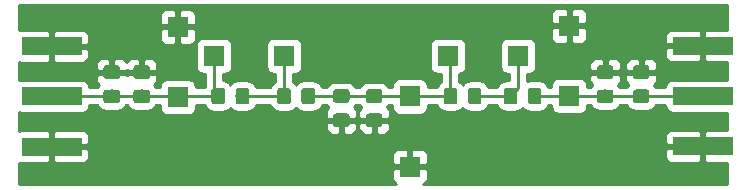
<source format=gbr>
G04 #@! TF.GenerationSoftware,KiCad,Pcbnew,(6.0.0-rc1-dev-305-gf0b8b21)*
G04 #@! TF.CreationDate,2020-02-06T15:36:58-08:00*
G04 #@! TF.ProjectId,5thOrderChebyshevShuntFirst,3574684F726465724368656279736865,rev?*
G04 #@! TF.SameCoordinates,Original*
G04 #@! TF.FileFunction,Copper,L1,Top,Signal*
G04 #@! TF.FilePolarity,Positive*
%FSLAX46Y46*%
G04 Gerber Fmt 4.6, Leading zero omitted, Abs format (unit mm)*
G04 Created by KiCad (PCBNEW (6.0.0-rc1-dev-305-gf0b8b21)) date Thursday, February 06, 2020 at 03:36:58 PM*
%MOMM*%
%LPD*%
G01*
G04 APERTURE LIST*
G04 #@! TA.AperFunction,SMDPad,CuDef*
%ADD10R,1.778000X1.778000*%
G04 #@! TD*
G04 #@! TA.AperFunction,Conductor*
%ADD11C,0.100000*%
G04 #@! TD*
G04 #@! TA.AperFunction,SMDPad,CuDef*
%ADD12C,1.150000*%
G04 #@! TD*
G04 #@! TA.AperFunction,SMDPad,CuDef*
%ADD13R,5.080000X1.500000*%
G04 #@! TD*
G04 #@! TA.AperFunction,Conductor*
%ADD14C,0.250000*%
G04 #@! TD*
G04 #@! TA.AperFunction,Conductor*
%ADD15C,0.254000*%
G04 #@! TD*
G04 APERTURE END LIST*
D10*
G04 #@! TO.P,C1,1*
G04 #@! TO.N,Net-(C1-Pad1)*
X130429000Y-63452248D03*
G04 #@! TO.P,C1,2*
G04 #@! TO.N,GND*
X130429000Y-57516776D03*
G04 #@! TD*
D11*
G04 #@! TO.N,Net-(C1-Pad1)*
G04 #@! TO.C,C2*
G36*
X127855505Y-62817204D02*
X127879773Y-62820804D01*
X127903572Y-62826765D01*
X127926671Y-62835030D01*
X127948850Y-62845520D01*
X127969893Y-62858132D01*
X127989599Y-62872747D01*
X128007777Y-62889223D01*
X128024253Y-62907401D01*
X128038868Y-62927107D01*
X128051480Y-62948150D01*
X128061970Y-62970329D01*
X128070235Y-62993428D01*
X128076196Y-63017227D01*
X128079796Y-63041495D01*
X128081000Y-63065999D01*
X128081000Y-63716001D01*
X128079796Y-63740505D01*
X128076196Y-63764773D01*
X128070235Y-63788572D01*
X128061970Y-63811671D01*
X128051480Y-63833850D01*
X128038868Y-63854893D01*
X128024253Y-63874599D01*
X128007777Y-63892777D01*
X127989599Y-63909253D01*
X127969893Y-63923868D01*
X127948850Y-63936480D01*
X127926671Y-63946970D01*
X127903572Y-63955235D01*
X127879773Y-63961196D01*
X127855505Y-63964796D01*
X127831001Y-63966000D01*
X126930999Y-63966000D01*
X126906495Y-63964796D01*
X126882227Y-63961196D01*
X126858428Y-63955235D01*
X126835329Y-63946970D01*
X126813150Y-63936480D01*
X126792107Y-63923868D01*
X126772401Y-63909253D01*
X126754223Y-63892777D01*
X126737747Y-63874599D01*
X126723132Y-63854893D01*
X126710520Y-63833850D01*
X126700030Y-63811671D01*
X126691765Y-63788572D01*
X126685804Y-63764773D01*
X126682204Y-63740505D01*
X126681000Y-63716001D01*
X126681000Y-63065999D01*
X126682204Y-63041495D01*
X126685804Y-63017227D01*
X126691765Y-62993428D01*
X126700030Y-62970329D01*
X126710520Y-62948150D01*
X126723132Y-62927107D01*
X126737747Y-62907401D01*
X126754223Y-62889223D01*
X126772401Y-62872747D01*
X126792107Y-62858132D01*
X126813150Y-62845520D01*
X126835329Y-62835030D01*
X126858428Y-62826765D01*
X126882227Y-62820804D01*
X126906495Y-62817204D01*
X126930999Y-62816000D01*
X127831001Y-62816000D01*
X127855505Y-62817204D01*
X127855505Y-62817204D01*
G37*
D12*
G04 #@! TD*
G04 #@! TO.P,C2,1*
G04 #@! TO.N,Net-(C1-Pad1)*
X127381000Y-63391000D03*
D11*
G04 #@! TO.N,GND*
G04 #@! TO.C,C2*
G36*
X127855505Y-60767204D02*
X127879773Y-60770804D01*
X127903572Y-60776765D01*
X127926671Y-60785030D01*
X127948850Y-60795520D01*
X127969893Y-60808132D01*
X127989599Y-60822747D01*
X128007777Y-60839223D01*
X128024253Y-60857401D01*
X128038868Y-60877107D01*
X128051480Y-60898150D01*
X128061970Y-60920329D01*
X128070235Y-60943428D01*
X128076196Y-60967227D01*
X128079796Y-60991495D01*
X128081000Y-61015999D01*
X128081000Y-61666001D01*
X128079796Y-61690505D01*
X128076196Y-61714773D01*
X128070235Y-61738572D01*
X128061970Y-61761671D01*
X128051480Y-61783850D01*
X128038868Y-61804893D01*
X128024253Y-61824599D01*
X128007777Y-61842777D01*
X127989599Y-61859253D01*
X127969893Y-61873868D01*
X127948850Y-61886480D01*
X127926671Y-61896970D01*
X127903572Y-61905235D01*
X127879773Y-61911196D01*
X127855505Y-61914796D01*
X127831001Y-61916000D01*
X126930999Y-61916000D01*
X126906495Y-61914796D01*
X126882227Y-61911196D01*
X126858428Y-61905235D01*
X126835329Y-61896970D01*
X126813150Y-61886480D01*
X126792107Y-61873868D01*
X126772401Y-61859253D01*
X126754223Y-61842777D01*
X126737747Y-61824599D01*
X126723132Y-61804893D01*
X126710520Y-61783850D01*
X126700030Y-61761671D01*
X126691765Y-61738572D01*
X126685804Y-61714773D01*
X126682204Y-61690505D01*
X126681000Y-61666001D01*
X126681000Y-61015999D01*
X126682204Y-60991495D01*
X126685804Y-60967227D01*
X126691765Y-60943428D01*
X126700030Y-60920329D01*
X126710520Y-60898150D01*
X126723132Y-60877107D01*
X126737747Y-60857401D01*
X126754223Y-60839223D01*
X126772401Y-60822747D01*
X126792107Y-60808132D01*
X126813150Y-60795520D01*
X126835329Y-60785030D01*
X126858428Y-60776765D01*
X126882227Y-60770804D01*
X126906495Y-60767204D01*
X126930999Y-60766000D01*
X127831001Y-60766000D01*
X127855505Y-60767204D01*
X127855505Y-60767204D01*
G37*
D12*
G04 #@! TD*
G04 #@! TO.P,C2,2*
G04 #@! TO.N,GND*
X127381000Y-61341000D03*
D10*
G04 #@! TO.P,C3,2*
G04 #@! TO.N,Net-(C1-Pad1)*
X133510528Y-59944000D03*
G04 #@! TO.P,C3,1*
G04 #@! TO.N,Net-(C3-Pad1)*
X139446000Y-59944000D03*
G04 #@! TD*
D11*
G04 #@! TO.N,Net-(C1-Pad1)*
G04 #@! TO.C,C4*
G36*
X134207505Y-62674204D02*
X134231773Y-62677804D01*
X134255572Y-62683765D01*
X134278671Y-62692030D01*
X134300850Y-62702520D01*
X134321893Y-62715132D01*
X134341599Y-62729747D01*
X134359777Y-62746223D01*
X134376253Y-62764401D01*
X134390868Y-62784107D01*
X134403480Y-62805150D01*
X134413970Y-62827329D01*
X134422235Y-62850428D01*
X134428196Y-62874227D01*
X134431796Y-62898495D01*
X134433000Y-62922999D01*
X134433000Y-63823001D01*
X134431796Y-63847505D01*
X134428196Y-63871773D01*
X134422235Y-63895572D01*
X134413970Y-63918671D01*
X134403480Y-63940850D01*
X134390868Y-63961893D01*
X134376253Y-63981599D01*
X134359777Y-63999777D01*
X134341599Y-64016253D01*
X134321893Y-64030868D01*
X134300850Y-64043480D01*
X134278671Y-64053970D01*
X134255572Y-64062235D01*
X134231773Y-64068196D01*
X134207505Y-64071796D01*
X134183001Y-64073000D01*
X133532999Y-64073000D01*
X133508495Y-64071796D01*
X133484227Y-64068196D01*
X133460428Y-64062235D01*
X133437329Y-64053970D01*
X133415150Y-64043480D01*
X133394107Y-64030868D01*
X133374401Y-64016253D01*
X133356223Y-63999777D01*
X133339747Y-63981599D01*
X133325132Y-63961893D01*
X133312520Y-63940850D01*
X133302030Y-63918671D01*
X133293765Y-63895572D01*
X133287804Y-63871773D01*
X133284204Y-63847505D01*
X133283000Y-63823001D01*
X133283000Y-62922999D01*
X133284204Y-62898495D01*
X133287804Y-62874227D01*
X133293765Y-62850428D01*
X133302030Y-62827329D01*
X133312520Y-62805150D01*
X133325132Y-62784107D01*
X133339747Y-62764401D01*
X133356223Y-62746223D01*
X133374401Y-62729747D01*
X133394107Y-62715132D01*
X133415150Y-62702520D01*
X133437329Y-62692030D01*
X133460428Y-62683765D01*
X133484227Y-62677804D01*
X133508495Y-62674204D01*
X133532999Y-62673000D01*
X134183001Y-62673000D01*
X134207505Y-62674204D01*
X134207505Y-62674204D01*
G37*
D12*
G04 #@! TD*
G04 #@! TO.P,C4,2*
G04 #@! TO.N,Net-(C1-Pad1)*
X133858000Y-63373000D03*
D11*
G04 #@! TO.N,Net-(C3-Pad1)*
G04 #@! TO.C,C4*
G36*
X136257505Y-62674204D02*
X136281773Y-62677804D01*
X136305572Y-62683765D01*
X136328671Y-62692030D01*
X136350850Y-62702520D01*
X136371893Y-62715132D01*
X136391599Y-62729747D01*
X136409777Y-62746223D01*
X136426253Y-62764401D01*
X136440868Y-62784107D01*
X136453480Y-62805150D01*
X136463970Y-62827329D01*
X136472235Y-62850428D01*
X136478196Y-62874227D01*
X136481796Y-62898495D01*
X136483000Y-62922999D01*
X136483000Y-63823001D01*
X136481796Y-63847505D01*
X136478196Y-63871773D01*
X136472235Y-63895572D01*
X136463970Y-63918671D01*
X136453480Y-63940850D01*
X136440868Y-63961893D01*
X136426253Y-63981599D01*
X136409777Y-63999777D01*
X136391599Y-64016253D01*
X136371893Y-64030868D01*
X136350850Y-64043480D01*
X136328671Y-64053970D01*
X136305572Y-64062235D01*
X136281773Y-64068196D01*
X136257505Y-64071796D01*
X136233001Y-64073000D01*
X135582999Y-64073000D01*
X135558495Y-64071796D01*
X135534227Y-64068196D01*
X135510428Y-64062235D01*
X135487329Y-64053970D01*
X135465150Y-64043480D01*
X135444107Y-64030868D01*
X135424401Y-64016253D01*
X135406223Y-63999777D01*
X135389747Y-63981599D01*
X135375132Y-63961893D01*
X135362520Y-63940850D01*
X135352030Y-63918671D01*
X135343765Y-63895572D01*
X135337804Y-63871773D01*
X135334204Y-63847505D01*
X135333000Y-63823001D01*
X135333000Y-62922999D01*
X135334204Y-62898495D01*
X135337804Y-62874227D01*
X135343765Y-62850428D01*
X135352030Y-62827329D01*
X135362520Y-62805150D01*
X135375132Y-62784107D01*
X135389747Y-62764401D01*
X135406223Y-62746223D01*
X135424401Y-62729747D01*
X135444107Y-62715132D01*
X135465150Y-62702520D01*
X135487329Y-62692030D01*
X135510428Y-62683765D01*
X135534227Y-62677804D01*
X135558495Y-62674204D01*
X135582999Y-62673000D01*
X136233001Y-62673000D01*
X136257505Y-62674204D01*
X136257505Y-62674204D01*
G37*
D12*
G04 #@! TD*
G04 #@! TO.P,C4,1*
G04 #@! TO.N,Net-(C3-Pad1)*
X135908000Y-63373000D03*
D10*
G04 #@! TO.P,C5,1*
G04 #@! TO.N,Net-(C5-Pad1)*
X150090124Y-63396876D03*
G04 #@! TO.P,C5,2*
G04 #@! TO.N,GND*
X150090124Y-69332348D03*
G04 #@! TD*
D11*
G04 #@! TO.N,Net-(C5-Pad1)*
G04 #@! TO.C,C6*
G36*
X144755505Y-62790204D02*
X144779773Y-62793804D01*
X144803572Y-62799765D01*
X144826671Y-62808030D01*
X144848850Y-62818520D01*
X144869893Y-62831132D01*
X144889599Y-62845747D01*
X144907777Y-62862223D01*
X144924253Y-62880401D01*
X144938868Y-62900107D01*
X144951480Y-62921150D01*
X144961970Y-62943329D01*
X144970235Y-62966428D01*
X144976196Y-62990227D01*
X144979796Y-63014495D01*
X144981000Y-63038999D01*
X144981000Y-63689001D01*
X144979796Y-63713505D01*
X144976196Y-63737773D01*
X144970235Y-63761572D01*
X144961970Y-63784671D01*
X144951480Y-63806850D01*
X144938868Y-63827893D01*
X144924253Y-63847599D01*
X144907777Y-63865777D01*
X144889599Y-63882253D01*
X144869893Y-63896868D01*
X144848850Y-63909480D01*
X144826671Y-63919970D01*
X144803572Y-63928235D01*
X144779773Y-63934196D01*
X144755505Y-63937796D01*
X144731001Y-63939000D01*
X143830999Y-63939000D01*
X143806495Y-63937796D01*
X143782227Y-63934196D01*
X143758428Y-63928235D01*
X143735329Y-63919970D01*
X143713150Y-63909480D01*
X143692107Y-63896868D01*
X143672401Y-63882253D01*
X143654223Y-63865777D01*
X143637747Y-63847599D01*
X143623132Y-63827893D01*
X143610520Y-63806850D01*
X143600030Y-63784671D01*
X143591765Y-63761572D01*
X143585804Y-63737773D01*
X143582204Y-63713505D01*
X143581000Y-63689001D01*
X143581000Y-63038999D01*
X143582204Y-63014495D01*
X143585804Y-62990227D01*
X143591765Y-62966428D01*
X143600030Y-62943329D01*
X143610520Y-62921150D01*
X143623132Y-62900107D01*
X143637747Y-62880401D01*
X143654223Y-62862223D01*
X143672401Y-62845747D01*
X143692107Y-62831132D01*
X143713150Y-62818520D01*
X143735329Y-62808030D01*
X143758428Y-62799765D01*
X143782227Y-62793804D01*
X143806495Y-62790204D01*
X143830999Y-62789000D01*
X144731001Y-62789000D01*
X144755505Y-62790204D01*
X144755505Y-62790204D01*
G37*
D12*
G04 #@! TD*
G04 #@! TO.P,C6,1*
G04 #@! TO.N,Net-(C5-Pad1)*
X144281000Y-63364000D03*
D11*
G04 #@! TO.N,GND*
G04 #@! TO.C,C6*
G36*
X144755505Y-64840204D02*
X144779773Y-64843804D01*
X144803572Y-64849765D01*
X144826671Y-64858030D01*
X144848850Y-64868520D01*
X144869893Y-64881132D01*
X144889599Y-64895747D01*
X144907777Y-64912223D01*
X144924253Y-64930401D01*
X144938868Y-64950107D01*
X144951480Y-64971150D01*
X144961970Y-64993329D01*
X144970235Y-65016428D01*
X144976196Y-65040227D01*
X144979796Y-65064495D01*
X144981000Y-65088999D01*
X144981000Y-65739001D01*
X144979796Y-65763505D01*
X144976196Y-65787773D01*
X144970235Y-65811572D01*
X144961970Y-65834671D01*
X144951480Y-65856850D01*
X144938868Y-65877893D01*
X144924253Y-65897599D01*
X144907777Y-65915777D01*
X144889599Y-65932253D01*
X144869893Y-65946868D01*
X144848850Y-65959480D01*
X144826671Y-65969970D01*
X144803572Y-65978235D01*
X144779773Y-65984196D01*
X144755505Y-65987796D01*
X144731001Y-65989000D01*
X143830999Y-65989000D01*
X143806495Y-65987796D01*
X143782227Y-65984196D01*
X143758428Y-65978235D01*
X143735329Y-65969970D01*
X143713150Y-65959480D01*
X143692107Y-65946868D01*
X143672401Y-65932253D01*
X143654223Y-65915777D01*
X143637747Y-65897599D01*
X143623132Y-65877893D01*
X143610520Y-65856850D01*
X143600030Y-65834671D01*
X143591765Y-65811572D01*
X143585804Y-65787773D01*
X143582204Y-65763505D01*
X143581000Y-65739001D01*
X143581000Y-65088999D01*
X143582204Y-65064495D01*
X143585804Y-65040227D01*
X143591765Y-65016428D01*
X143600030Y-64993329D01*
X143610520Y-64971150D01*
X143623132Y-64950107D01*
X143637747Y-64930401D01*
X143654223Y-64912223D01*
X143672401Y-64895747D01*
X143692107Y-64881132D01*
X143713150Y-64868520D01*
X143735329Y-64858030D01*
X143758428Y-64849765D01*
X143782227Y-64843804D01*
X143806495Y-64840204D01*
X143830999Y-64839000D01*
X144731001Y-64839000D01*
X144755505Y-64840204D01*
X144755505Y-64840204D01*
G37*
D12*
G04 #@! TD*
G04 #@! TO.P,C6,2*
G04 #@! TO.N,GND*
X144281000Y-65414000D03*
D10*
G04 #@! TO.P,C7,2*
G04 #@! TO.N,Net-(C5-Pad1)*
X153322528Y-59944000D03*
G04 #@! TO.P,C7,1*
G04 #@! TO.N,Net-(C7-Pad1)*
X159258000Y-59944000D03*
G04 #@! TD*
D11*
G04 #@! TO.N,Net-(C5-Pad1)*
G04 #@! TO.C,C8*
G36*
X153874505Y-62674204D02*
X153898773Y-62677804D01*
X153922572Y-62683765D01*
X153945671Y-62692030D01*
X153967850Y-62702520D01*
X153988893Y-62715132D01*
X154008599Y-62729747D01*
X154026777Y-62746223D01*
X154043253Y-62764401D01*
X154057868Y-62784107D01*
X154070480Y-62805150D01*
X154080970Y-62827329D01*
X154089235Y-62850428D01*
X154095196Y-62874227D01*
X154098796Y-62898495D01*
X154100000Y-62922999D01*
X154100000Y-63823001D01*
X154098796Y-63847505D01*
X154095196Y-63871773D01*
X154089235Y-63895572D01*
X154080970Y-63918671D01*
X154070480Y-63940850D01*
X154057868Y-63961893D01*
X154043253Y-63981599D01*
X154026777Y-63999777D01*
X154008599Y-64016253D01*
X153988893Y-64030868D01*
X153967850Y-64043480D01*
X153945671Y-64053970D01*
X153922572Y-64062235D01*
X153898773Y-64068196D01*
X153874505Y-64071796D01*
X153850001Y-64073000D01*
X153199999Y-64073000D01*
X153175495Y-64071796D01*
X153151227Y-64068196D01*
X153127428Y-64062235D01*
X153104329Y-64053970D01*
X153082150Y-64043480D01*
X153061107Y-64030868D01*
X153041401Y-64016253D01*
X153023223Y-63999777D01*
X153006747Y-63981599D01*
X152992132Y-63961893D01*
X152979520Y-63940850D01*
X152969030Y-63918671D01*
X152960765Y-63895572D01*
X152954804Y-63871773D01*
X152951204Y-63847505D01*
X152950000Y-63823001D01*
X152950000Y-62922999D01*
X152951204Y-62898495D01*
X152954804Y-62874227D01*
X152960765Y-62850428D01*
X152969030Y-62827329D01*
X152979520Y-62805150D01*
X152992132Y-62784107D01*
X153006747Y-62764401D01*
X153023223Y-62746223D01*
X153041401Y-62729747D01*
X153061107Y-62715132D01*
X153082150Y-62702520D01*
X153104329Y-62692030D01*
X153127428Y-62683765D01*
X153151227Y-62677804D01*
X153175495Y-62674204D01*
X153199999Y-62673000D01*
X153850001Y-62673000D01*
X153874505Y-62674204D01*
X153874505Y-62674204D01*
G37*
D12*
G04 #@! TD*
G04 #@! TO.P,C8,2*
G04 #@! TO.N,Net-(C5-Pad1)*
X153525000Y-63373000D03*
D11*
G04 #@! TO.N,Net-(C7-Pad1)*
G04 #@! TO.C,C8*
G36*
X155924505Y-62674204D02*
X155948773Y-62677804D01*
X155972572Y-62683765D01*
X155995671Y-62692030D01*
X156017850Y-62702520D01*
X156038893Y-62715132D01*
X156058599Y-62729747D01*
X156076777Y-62746223D01*
X156093253Y-62764401D01*
X156107868Y-62784107D01*
X156120480Y-62805150D01*
X156130970Y-62827329D01*
X156139235Y-62850428D01*
X156145196Y-62874227D01*
X156148796Y-62898495D01*
X156150000Y-62922999D01*
X156150000Y-63823001D01*
X156148796Y-63847505D01*
X156145196Y-63871773D01*
X156139235Y-63895572D01*
X156130970Y-63918671D01*
X156120480Y-63940850D01*
X156107868Y-63961893D01*
X156093253Y-63981599D01*
X156076777Y-63999777D01*
X156058599Y-64016253D01*
X156038893Y-64030868D01*
X156017850Y-64043480D01*
X155995671Y-64053970D01*
X155972572Y-64062235D01*
X155948773Y-64068196D01*
X155924505Y-64071796D01*
X155900001Y-64073000D01*
X155249999Y-64073000D01*
X155225495Y-64071796D01*
X155201227Y-64068196D01*
X155177428Y-64062235D01*
X155154329Y-64053970D01*
X155132150Y-64043480D01*
X155111107Y-64030868D01*
X155091401Y-64016253D01*
X155073223Y-63999777D01*
X155056747Y-63981599D01*
X155042132Y-63961893D01*
X155029520Y-63940850D01*
X155019030Y-63918671D01*
X155010765Y-63895572D01*
X155004804Y-63871773D01*
X155001204Y-63847505D01*
X155000000Y-63823001D01*
X155000000Y-62922999D01*
X155001204Y-62898495D01*
X155004804Y-62874227D01*
X155010765Y-62850428D01*
X155019030Y-62827329D01*
X155029520Y-62805150D01*
X155042132Y-62784107D01*
X155056747Y-62764401D01*
X155073223Y-62746223D01*
X155091401Y-62729747D01*
X155111107Y-62715132D01*
X155132150Y-62702520D01*
X155154329Y-62692030D01*
X155177428Y-62683765D01*
X155201227Y-62677804D01*
X155225495Y-62674204D01*
X155249999Y-62673000D01*
X155900001Y-62673000D01*
X155924505Y-62674204D01*
X155924505Y-62674204D01*
G37*
D12*
G04 #@! TD*
G04 #@! TO.P,C8,1*
G04 #@! TO.N,Net-(C7-Pad1)*
X155575000Y-63373000D03*
D10*
G04 #@! TO.P,C9,1*
G04 #@! TO.N,Net-(C10-Pad1)*
X163576000Y-63349124D03*
G04 #@! TO.P,C9,2*
G04 #@! TO.N,GND*
X163576000Y-57413652D03*
G04 #@! TD*
D11*
G04 #@! TO.N,Net-(C10-Pad1)*
G04 #@! TO.C,C10*
G36*
X167098505Y-62817204D02*
X167122773Y-62820804D01*
X167146572Y-62826765D01*
X167169671Y-62835030D01*
X167191850Y-62845520D01*
X167212893Y-62858132D01*
X167232599Y-62872747D01*
X167250777Y-62889223D01*
X167267253Y-62907401D01*
X167281868Y-62927107D01*
X167294480Y-62948150D01*
X167304970Y-62970329D01*
X167313235Y-62993428D01*
X167319196Y-63017227D01*
X167322796Y-63041495D01*
X167324000Y-63065999D01*
X167324000Y-63716001D01*
X167322796Y-63740505D01*
X167319196Y-63764773D01*
X167313235Y-63788572D01*
X167304970Y-63811671D01*
X167294480Y-63833850D01*
X167281868Y-63854893D01*
X167267253Y-63874599D01*
X167250777Y-63892777D01*
X167232599Y-63909253D01*
X167212893Y-63923868D01*
X167191850Y-63936480D01*
X167169671Y-63946970D01*
X167146572Y-63955235D01*
X167122773Y-63961196D01*
X167098505Y-63964796D01*
X167074001Y-63966000D01*
X166173999Y-63966000D01*
X166149495Y-63964796D01*
X166125227Y-63961196D01*
X166101428Y-63955235D01*
X166078329Y-63946970D01*
X166056150Y-63936480D01*
X166035107Y-63923868D01*
X166015401Y-63909253D01*
X165997223Y-63892777D01*
X165980747Y-63874599D01*
X165966132Y-63854893D01*
X165953520Y-63833850D01*
X165943030Y-63811671D01*
X165934765Y-63788572D01*
X165928804Y-63764773D01*
X165925204Y-63740505D01*
X165924000Y-63716001D01*
X165924000Y-63065999D01*
X165925204Y-63041495D01*
X165928804Y-63017227D01*
X165934765Y-62993428D01*
X165943030Y-62970329D01*
X165953520Y-62948150D01*
X165966132Y-62927107D01*
X165980747Y-62907401D01*
X165997223Y-62889223D01*
X166015401Y-62872747D01*
X166035107Y-62858132D01*
X166056150Y-62845520D01*
X166078329Y-62835030D01*
X166101428Y-62826765D01*
X166125227Y-62820804D01*
X166149495Y-62817204D01*
X166173999Y-62816000D01*
X167074001Y-62816000D01*
X167098505Y-62817204D01*
X167098505Y-62817204D01*
G37*
D12*
G04 #@! TD*
G04 #@! TO.P,C10,1*
G04 #@! TO.N,Net-(C10-Pad1)*
X166624000Y-63391000D03*
D11*
G04 #@! TO.N,GND*
G04 #@! TO.C,C10*
G36*
X167098505Y-60767204D02*
X167122773Y-60770804D01*
X167146572Y-60776765D01*
X167169671Y-60785030D01*
X167191850Y-60795520D01*
X167212893Y-60808132D01*
X167232599Y-60822747D01*
X167250777Y-60839223D01*
X167267253Y-60857401D01*
X167281868Y-60877107D01*
X167294480Y-60898150D01*
X167304970Y-60920329D01*
X167313235Y-60943428D01*
X167319196Y-60967227D01*
X167322796Y-60991495D01*
X167324000Y-61015999D01*
X167324000Y-61666001D01*
X167322796Y-61690505D01*
X167319196Y-61714773D01*
X167313235Y-61738572D01*
X167304970Y-61761671D01*
X167294480Y-61783850D01*
X167281868Y-61804893D01*
X167267253Y-61824599D01*
X167250777Y-61842777D01*
X167232599Y-61859253D01*
X167212893Y-61873868D01*
X167191850Y-61886480D01*
X167169671Y-61896970D01*
X167146572Y-61905235D01*
X167122773Y-61911196D01*
X167098505Y-61914796D01*
X167074001Y-61916000D01*
X166173999Y-61916000D01*
X166149495Y-61914796D01*
X166125227Y-61911196D01*
X166101428Y-61905235D01*
X166078329Y-61896970D01*
X166056150Y-61886480D01*
X166035107Y-61873868D01*
X166015401Y-61859253D01*
X165997223Y-61842777D01*
X165980747Y-61824599D01*
X165966132Y-61804893D01*
X165953520Y-61783850D01*
X165943030Y-61761671D01*
X165934765Y-61738572D01*
X165928804Y-61714773D01*
X165925204Y-61690505D01*
X165924000Y-61666001D01*
X165924000Y-61015999D01*
X165925204Y-60991495D01*
X165928804Y-60967227D01*
X165934765Y-60943428D01*
X165943030Y-60920329D01*
X165953520Y-60898150D01*
X165966132Y-60877107D01*
X165980747Y-60857401D01*
X165997223Y-60839223D01*
X166015401Y-60822747D01*
X166035107Y-60808132D01*
X166056150Y-60795520D01*
X166078329Y-60785030D01*
X166101428Y-60776765D01*
X166125227Y-60770804D01*
X166149495Y-60767204D01*
X166173999Y-60766000D01*
X167074001Y-60766000D01*
X167098505Y-60767204D01*
X167098505Y-60767204D01*
G37*
D12*
G04 #@! TD*
G04 #@! TO.P,C10,2*
G04 #@! TO.N,GND*
X166624000Y-61341000D03*
D13*
G04 #@! TO.P,J1,1*
G04 #@! TO.N,Net-(C1-Pad1)*
X119761000Y-63390001D03*
G04 #@! TO.P,J1,2*
G04 #@! TO.N,GND*
X119761000Y-67640001D03*
X119761000Y-59140001D03*
G04 #@! TD*
G04 #@! TO.P,J2,2*
G04 #@! TO.N,GND*
X174879000Y-67623000D03*
X174879000Y-59123000D03*
G04 #@! TO.P,J2,1*
G04 #@! TO.N,Net-(C10-Pad1)*
X174879000Y-63373000D03*
G04 #@! TD*
D11*
G04 #@! TO.N,Net-(C1-Pad1)*
G04 #@! TO.C,L1*
G36*
X125315505Y-62817204D02*
X125339773Y-62820804D01*
X125363572Y-62826765D01*
X125386671Y-62835030D01*
X125408850Y-62845520D01*
X125429893Y-62858132D01*
X125449599Y-62872747D01*
X125467777Y-62889223D01*
X125484253Y-62907401D01*
X125498868Y-62927107D01*
X125511480Y-62948150D01*
X125521970Y-62970329D01*
X125530235Y-62993428D01*
X125536196Y-63017227D01*
X125539796Y-63041495D01*
X125541000Y-63065999D01*
X125541000Y-63716001D01*
X125539796Y-63740505D01*
X125536196Y-63764773D01*
X125530235Y-63788572D01*
X125521970Y-63811671D01*
X125511480Y-63833850D01*
X125498868Y-63854893D01*
X125484253Y-63874599D01*
X125467777Y-63892777D01*
X125449599Y-63909253D01*
X125429893Y-63923868D01*
X125408850Y-63936480D01*
X125386671Y-63946970D01*
X125363572Y-63955235D01*
X125339773Y-63961196D01*
X125315505Y-63964796D01*
X125291001Y-63966000D01*
X124390999Y-63966000D01*
X124366495Y-63964796D01*
X124342227Y-63961196D01*
X124318428Y-63955235D01*
X124295329Y-63946970D01*
X124273150Y-63936480D01*
X124252107Y-63923868D01*
X124232401Y-63909253D01*
X124214223Y-63892777D01*
X124197747Y-63874599D01*
X124183132Y-63854893D01*
X124170520Y-63833850D01*
X124160030Y-63811671D01*
X124151765Y-63788572D01*
X124145804Y-63764773D01*
X124142204Y-63740505D01*
X124141000Y-63716001D01*
X124141000Y-63065999D01*
X124142204Y-63041495D01*
X124145804Y-63017227D01*
X124151765Y-62993428D01*
X124160030Y-62970329D01*
X124170520Y-62948150D01*
X124183132Y-62927107D01*
X124197747Y-62907401D01*
X124214223Y-62889223D01*
X124232401Y-62872747D01*
X124252107Y-62858132D01*
X124273150Y-62845520D01*
X124295329Y-62835030D01*
X124318428Y-62826765D01*
X124342227Y-62820804D01*
X124366495Y-62817204D01*
X124390999Y-62816000D01*
X125291001Y-62816000D01*
X125315505Y-62817204D01*
X125315505Y-62817204D01*
G37*
D12*
G04 #@! TD*
G04 #@! TO.P,L1,1*
G04 #@! TO.N,Net-(C1-Pad1)*
X124841000Y-63391000D03*
D11*
G04 #@! TO.N,GND*
G04 #@! TO.C,L1*
G36*
X125315505Y-60767204D02*
X125339773Y-60770804D01*
X125363572Y-60776765D01*
X125386671Y-60785030D01*
X125408850Y-60795520D01*
X125429893Y-60808132D01*
X125449599Y-60822747D01*
X125467777Y-60839223D01*
X125484253Y-60857401D01*
X125498868Y-60877107D01*
X125511480Y-60898150D01*
X125521970Y-60920329D01*
X125530235Y-60943428D01*
X125536196Y-60967227D01*
X125539796Y-60991495D01*
X125541000Y-61015999D01*
X125541000Y-61666001D01*
X125539796Y-61690505D01*
X125536196Y-61714773D01*
X125530235Y-61738572D01*
X125521970Y-61761671D01*
X125511480Y-61783850D01*
X125498868Y-61804893D01*
X125484253Y-61824599D01*
X125467777Y-61842777D01*
X125449599Y-61859253D01*
X125429893Y-61873868D01*
X125408850Y-61886480D01*
X125386671Y-61896970D01*
X125363572Y-61905235D01*
X125339773Y-61911196D01*
X125315505Y-61914796D01*
X125291001Y-61916000D01*
X124390999Y-61916000D01*
X124366495Y-61914796D01*
X124342227Y-61911196D01*
X124318428Y-61905235D01*
X124295329Y-61896970D01*
X124273150Y-61886480D01*
X124252107Y-61873868D01*
X124232401Y-61859253D01*
X124214223Y-61842777D01*
X124197747Y-61824599D01*
X124183132Y-61804893D01*
X124170520Y-61783850D01*
X124160030Y-61761671D01*
X124151765Y-61738572D01*
X124145804Y-61714773D01*
X124142204Y-61690505D01*
X124141000Y-61666001D01*
X124141000Y-61015999D01*
X124142204Y-60991495D01*
X124145804Y-60967227D01*
X124151765Y-60943428D01*
X124160030Y-60920329D01*
X124170520Y-60898150D01*
X124183132Y-60877107D01*
X124197747Y-60857401D01*
X124214223Y-60839223D01*
X124232401Y-60822747D01*
X124252107Y-60808132D01*
X124273150Y-60795520D01*
X124295329Y-60785030D01*
X124318428Y-60776765D01*
X124342227Y-60770804D01*
X124366495Y-60767204D01*
X124390999Y-60766000D01*
X125291001Y-60766000D01*
X125315505Y-60767204D01*
X125315505Y-60767204D01*
G37*
D12*
G04 #@! TD*
G04 #@! TO.P,L1,2*
G04 #@! TO.N,GND*
X124841000Y-61341000D03*
D11*
G04 #@! TO.N,Net-(C5-Pad1)*
G04 #@! TO.C,L2*
G36*
X141827505Y-62674204D02*
X141851773Y-62677804D01*
X141875572Y-62683765D01*
X141898671Y-62692030D01*
X141920850Y-62702520D01*
X141941893Y-62715132D01*
X141961599Y-62729747D01*
X141979777Y-62746223D01*
X141996253Y-62764401D01*
X142010868Y-62784107D01*
X142023480Y-62805150D01*
X142033970Y-62827329D01*
X142042235Y-62850428D01*
X142048196Y-62874227D01*
X142051796Y-62898495D01*
X142053000Y-62922999D01*
X142053000Y-63823001D01*
X142051796Y-63847505D01*
X142048196Y-63871773D01*
X142042235Y-63895572D01*
X142033970Y-63918671D01*
X142023480Y-63940850D01*
X142010868Y-63961893D01*
X141996253Y-63981599D01*
X141979777Y-63999777D01*
X141961599Y-64016253D01*
X141941893Y-64030868D01*
X141920850Y-64043480D01*
X141898671Y-64053970D01*
X141875572Y-64062235D01*
X141851773Y-64068196D01*
X141827505Y-64071796D01*
X141803001Y-64073000D01*
X141152999Y-64073000D01*
X141128495Y-64071796D01*
X141104227Y-64068196D01*
X141080428Y-64062235D01*
X141057329Y-64053970D01*
X141035150Y-64043480D01*
X141014107Y-64030868D01*
X140994401Y-64016253D01*
X140976223Y-63999777D01*
X140959747Y-63981599D01*
X140945132Y-63961893D01*
X140932520Y-63940850D01*
X140922030Y-63918671D01*
X140913765Y-63895572D01*
X140907804Y-63871773D01*
X140904204Y-63847505D01*
X140903000Y-63823001D01*
X140903000Y-62922999D01*
X140904204Y-62898495D01*
X140907804Y-62874227D01*
X140913765Y-62850428D01*
X140922030Y-62827329D01*
X140932520Y-62805150D01*
X140945132Y-62784107D01*
X140959747Y-62764401D01*
X140976223Y-62746223D01*
X140994401Y-62729747D01*
X141014107Y-62715132D01*
X141035150Y-62702520D01*
X141057329Y-62692030D01*
X141080428Y-62683765D01*
X141104227Y-62677804D01*
X141128495Y-62674204D01*
X141152999Y-62673000D01*
X141803001Y-62673000D01*
X141827505Y-62674204D01*
X141827505Y-62674204D01*
G37*
D12*
G04 #@! TD*
G04 #@! TO.P,L2,2*
G04 #@! TO.N,Net-(C5-Pad1)*
X141478000Y-63373000D03*
D11*
G04 #@! TO.N,Net-(C3-Pad1)*
G04 #@! TO.C,L2*
G36*
X139777505Y-62674204D02*
X139801773Y-62677804D01*
X139825572Y-62683765D01*
X139848671Y-62692030D01*
X139870850Y-62702520D01*
X139891893Y-62715132D01*
X139911599Y-62729747D01*
X139929777Y-62746223D01*
X139946253Y-62764401D01*
X139960868Y-62784107D01*
X139973480Y-62805150D01*
X139983970Y-62827329D01*
X139992235Y-62850428D01*
X139998196Y-62874227D01*
X140001796Y-62898495D01*
X140003000Y-62922999D01*
X140003000Y-63823001D01*
X140001796Y-63847505D01*
X139998196Y-63871773D01*
X139992235Y-63895572D01*
X139983970Y-63918671D01*
X139973480Y-63940850D01*
X139960868Y-63961893D01*
X139946253Y-63981599D01*
X139929777Y-63999777D01*
X139911599Y-64016253D01*
X139891893Y-64030868D01*
X139870850Y-64043480D01*
X139848671Y-64053970D01*
X139825572Y-64062235D01*
X139801773Y-64068196D01*
X139777505Y-64071796D01*
X139753001Y-64073000D01*
X139102999Y-64073000D01*
X139078495Y-64071796D01*
X139054227Y-64068196D01*
X139030428Y-64062235D01*
X139007329Y-64053970D01*
X138985150Y-64043480D01*
X138964107Y-64030868D01*
X138944401Y-64016253D01*
X138926223Y-63999777D01*
X138909747Y-63981599D01*
X138895132Y-63961893D01*
X138882520Y-63940850D01*
X138872030Y-63918671D01*
X138863765Y-63895572D01*
X138857804Y-63871773D01*
X138854204Y-63847505D01*
X138853000Y-63823001D01*
X138853000Y-62922999D01*
X138854204Y-62898495D01*
X138857804Y-62874227D01*
X138863765Y-62850428D01*
X138872030Y-62827329D01*
X138882520Y-62805150D01*
X138895132Y-62784107D01*
X138909747Y-62764401D01*
X138926223Y-62746223D01*
X138944401Y-62729747D01*
X138964107Y-62715132D01*
X138985150Y-62702520D01*
X139007329Y-62692030D01*
X139030428Y-62683765D01*
X139054227Y-62677804D01*
X139078495Y-62674204D01*
X139102999Y-62673000D01*
X139753001Y-62673000D01*
X139777505Y-62674204D01*
X139777505Y-62674204D01*
G37*
D12*
G04 #@! TD*
G04 #@! TO.P,L2,1*
G04 #@! TO.N,Net-(C3-Pad1)*
X139428000Y-63373000D03*
D11*
G04 #@! TO.N,Net-(C5-Pad1)*
G04 #@! TO.C,L3*
G36*
X147540505Y-62790204D02*
X147564773Y-62793804D01*
X147588572Y-62799765D01*
X147611671Y-62808030D01*
X147633850Y-62818520D01*
X147654893Y-62831132D01*
X147674599Y-62845747D01*
X147692777Y-62862223D01*
X147709253Y-62880401D01*
X147723868Y-62900107D01*
X147736480Y-62921150D01*
X147746970Y-62943329D01*
X147755235Y-62966428D01*
X147761196Y-62990227D01*
X147764796Y-63014495D01*
X147766000Y-63038999D01*
X147766000Y-63689001D01*
X147764796Y-63713505D01*
X147761196Y-63737773D01*
X147755235Y-63761572D01*
X147746970Y-63784671D01*
X147736480Y-63806850D01*
X147723868Y-63827893D01*
X147709253Y-63847599D01*
X147692777Y-63865777D01*
X147674599Y-63882253D01*
X147654893Y-63896868D01*
X147633850Y-63909480D01*
X147611671Y-63919970D01*
X147588572Y-63928235D01*
X147564773Y-63934196D01*
X147540505Y-63937796D01*
X147516001Y-63939000D01*
X146615999Y-63939000D01*
X146591495Y-63937796D01*
X146567227Y-63934196D01*
X146543428Y-63928235D01*
X146520329Y-63919970D01*
X146498150Y-63909480D01*
X146477107Y-63896868D01*
X146457401Y-63882253D01*
X146439223Y-63865777D01*
X146422747Y-63847599D01*
X146408132Y-63827893D01*
X146395520Y-63806850D01*
X146385030Y-63784671D01*
X146376765Y-63761572D01*
X146370804Y-63737773D01*
X146367204Y-63713505D01*
X146366000Y-63689001D01*
X146366000Y-63038999D01*
X146367204Y-63014495D01*
X146370804Y-62990227D01*
X146376765Y-62966428D01*
X146385030Y-62943329D01*
X146395520Y-62921150D01*
X146408132Y-62900107D01*
X146422747Y-62880401D01*
X146439223Y-62862223D01*
X146457401Y-62845747D01*
X146477107Y-62831132D01*
X146498150Y-62818520D01*
X146520329Y-62808030D01*
X146543428Y-62799765D01*
X146567227Y-62793804D01*
X146591495Y-62790204D01*
X146615999Y-62789000D01*
X147516001Y-62789000D01*
X147540505Y-62790204D01*
X147540505Y-62790204D01*
G37*
D12*
G04 #@! TD*
G04 #@! TO.P,L3,1*
G04 #@! TO.N,Net-(C5-Pad1)*
X147066000Y-63364000D03*
D11*
G04 #@! TO.N,GND*
G04 #@! TO.C,L3*
G36*
X147540505Y-64840204D02*
X147564773Y-64843804D01*
X147588572Y-64849765D01*
X147611671Y-64858030D01*
X147633850Y-64868520D01*
X147654893Y-64881132D01*
X147674599Y-64895747D01*
X147692777Y-64912223D01*
X147709253Y-64930401D01*
X147723868Y-64950107D01*
X147736480Y-64971150D01*
X147746970Y-64993329D01*
X147755235Y-65016428D01*
X147761196Y-65040227D01*
X147764796Y-65064495D01*
X147766000Y-65088999D01*
X147766000Y-65739001D01*
X147764796Y-65763505D01*
X147761196Y-65787773D01*
X147755235Y-65811572D01*
X147746970Y-65834671D01*
X147736480Y-65856850D01*
X147723868Y-65877893D01*
X147709253Y-65897599D01*
X147692777Y-65915777D01*
X147674599Y-65932253D01*
X147654893Y-65946868D01*
X147633850Y-65959480D01*
X147611671Y-65969970D01*
X147588572Y-65978235D01*
X147564773Y-65984196D01*
X147540505Y-65987796D01*
X147516001Y-65989000D01*
X146615999Y-65989000D01*
X146591495Y-65987796D01*
X146567227Y-65984196D01*
X146543428Y-65978235D01*
X146520329Y-65969970D01*
X146498150Y-65959480D01*
X146477107Y-65946868D01*
X146457401Y-65932253D01*
X146439223Y-65915777D01*
X146422747Y-65897599D01*
X146408132Y-65877893D01*
X146395520Y-65856850D01*
X146385030Y-65834671D01*
X146376765Y-65811572D01*
X146370804Y-65787773D01*
X146367204Y-65763505D01*
X146366000Y-65739001D01*
X146366000Y-65088999D01*
X146367204Y-65064495D01*
X146370804Y-65040227D01*
X146376765Y-65016428D01*
X146385030Y-64993329D01*
X146395520Y-64971150D01*
X146408132Y-64950107D01*
X146422747Y-64930401D01*
X146439223Y-64912223D01*
X146457401Y-64895747D01*
X146477107Y-64881132D01*
X146498150Y-64868520D01*
X146520329Y-64858030D01*
X146543428Y-64849765D01*
X146567227Y-64843804D01*
X146591495Y-64840204D01*
X146615999Y-64839000D01*
X147516001Y-64839000D01*
X147540505Y-64840204D01*
X147540505Y-64840204D01*
G37*
D12*
G04 #@! TD*
G04 #@! TO.P,L3,2*
G04 #@! TO.N,GND*
X147066000Y-65414000D03*
D11*
G04 #@! TO.N,Net-(C10-Pad1)*
G04 #@! TO.C,L4*
G36*
X161004505Y-62674204D02*
X161028773Y-62677804D01*
X161052572Y-62683765D01*
X161075671Y-62692030D01*
X161097850Y-62702520D01*
X161118893Y-62715132D01*
X161138599Y-62729747D01*
X161156777Y-62746223D01*
X161173253Y-62764401D01*
X161187868Y-62784107D01*
X161200480Y-62805150D01*
X161210970Y-62827329D01*
X161219235Y-62850428D01*
X161225196Y-62874227D01*
X161228796Y-62898495D01*
X161230000Y-62922999D01*
X161230000Y-63823001D01*
X161228796Y-63847505D01*
X161225196Y-63871773D01*
X161219235Y-63895572D01*
X161210970Y-63918671D01*
X161200480Y-63940850D01*
X161187868Y-63961893D01*
X161173253Y-63981599D01*
X161156777Y-63999777D01*
X161138599Y-64016253D01*
X161118893Y-64030868D01*
X161097850Y-64043480D01*
X161075671Y-64053970D01*
X161052572Y-64062235D01*
X161028773Y-64068196D01*
X161004505Y-64071796D01*
X160980001Y-64073000D01*
X160329999Y-64073000D01*
X160305495Y-64071796D01*
X160281227Y-64068196D01*
X160257428Y-64062235D01*
X160234329Y-64053970D01*
X160212150Y-64043480D01*
X160191107Y-64030868D01*
X160171401Y-64016253D01*
X160153223Y-63999777D01*
X160136747Y-63981599D01*
X160122132Y-63961893D01*
X160109520Y-63940850D01*
X160099030Y-63918671D01*
X160090765Y-63895572D01*
X160084804Y-63871773D01*
X160081204Y-63847505D01*
X160080000Y-63823001D01*
X160080000Y-62922999D01*
X160081204Y-62898495D01*
X160084804Y-62874227D01*
X160090765Y-62850428D01*
X160099030Y-62827329D01*
X160109520Y-62805150D01*
X160122132Y-62784107D01*
X160136747Y-62764401D01*
X160153223Y-62746223D01*
X160171401Y-62729747D01*
X160191107Y-62715132D01*
X160212150Y-62702520D01*
X160234329Y-62692030D01*
X160257428Y-62683765D01*
X160281227Y-62677804D01*
X160305495Y-62674204D01*
X160329999Y-62673000D01*
X160980001Y-62673000D01*
X161004505Y-62674204D01*
X161004505Y-62674204D01*
G37*
D12*
G04 #@! TD*
G04 #@! TO.P,L4,2*
G04 #@! TO.N,Net-(C10-Pad1)*
X160655000Y-63373000D03*
D11*
G04 #@! TO.N,Net-(C7-Pad1)*
G04 #@! TO.C,L4*
G36*
X158954505Y-62674204D02*
X158978773Y-62677804D01*
X159002572Y-62683765D01*
X159025671Y-62692030D01*
X159047850Y-62702520D01*
X159068893Y-62715132D01*
X159088599Y-62729747D01*
X159106777Y-62746223D01*
X159123253Y-62764401D01*
X159137868Y-62784107D01*
X159150480Y-62805150D01*
X159160970Y-62827329D01*
X159169235Y-62850428D01*
X159175196Y-62874227D01*
X159178796Y-62898495D01*
X159180000Y-62922999D01*
X159180000Y-63823001D01*
X159178796Y-63847505D01*
X159175196Y-63871773D01*
X159169235Y-63895572D01*
X159160970Y-63918671D01*
X159150480Y-63940850D01*
X159137868Y-63961893D01*
X159123253Y-63981599D01*
X159106777Y-63999777D01*
X159088599Y-64016253D01*
X159068893Y-64030868D01*
X159047850Y-64043480D01*
X159025671Y-64053970D01*
X159002572Y-64062235D01*
X158978773Y-64068196D01*
X158954505Y-64071796D01*
X158930001Y-64073000D01*
X158279999Y-64073000D01*
X158255495Y-64071796D01*
X158231227Y-64068196D01*
X158207428Y-64062235D01*
X158184329Y-64053970D01*
X158162150Y-64043480D01*
X158141107Y-64030868D01*
X158121401Y-64016253D01*
X158103223Y-63999777D01*
X158086747Y-63981599D01*
X158072132Y-63961893D01*
X158059520Y-63940850D01*
X158049030Y-63918671D01*
X158040765Y-63895572D01*
X158034804Y-63871773D01*
X158031204Y-63847505D01*
X158030000Y-63823001D01*
X158030000Y-62922999D01*
X158031204Y-62898495D01*
X158034804Y-62874227D01*
X158040765Y-62850428D01*
X158049030Y-62827329D01*
X158059520Y-62805150D01*
X158072132Y-62784107D01*
X158086747Y-62764401D01*
X158103223Y-62746223D01*
X158121401Y-62729747D01*
X158141107Y-62715132D01*
X158162150Y-62702520D01*
X158184329Y-62692030D01*
X158207428Y-62683765D01*
X158231227Y-62677804D01*
X158255495Y-62674204D01*
X158279999Y-62673000D01*
X158930001Y-62673000D01*
X158954505Y-62674204D01*
X158954505Y-62674204D01*
G37*
D12*
G04 #@! TD*
G04 #@! TO.P,L4,1*
G04 #@! TO.N,Net-(C7-Pad1)*
X158605000Y-63373000D03*
D11*
G04 #@! TO.N,Net-(C10-Pad1)*
G04 #@! TO.C,L5*
G36*
X170146505Y-62808204D02*
X170170773Y-62811804D01*
X170194572Y-62817765D01*
X170217671Y-62826030D01*
X170239850Y-62836520D01*
X170260893Y-62849132D01*
X170280599Y-62863747D01*
X170298777Y-62880223D01*
X170315253Y-62898401D01*
X170329868Y-62918107D01*
X170342480Y-62939150D01*
X170352970Y-62961329D01*
X170361235Y-62984428D01*
X170367196Y-63008227D01*
X170370796Y-63032495D01*
X170372000Y-63056999D01*
X170372000Y-63707001D01*
X170370796Y-63731505D01*
X170367196Y-63755773D01*
X170361235Y-63779572D01*
X170352970Y-63802671D01*
X170342480Y-63824850D01*
X170329868Y-63845893D01*
X170315253Y-63865599D01*
X170298777Y-63883777D01*
X170280599Y-63900253D01*
X170260893Y-63914868D01*
X170239850Y-63927480D01*
X170217671Y-63937970D01*
X170194572Y-63946235D01*
X170170773Y-63952196D01*
X170146505Y-63955796D01*
X170122001Y-63957000D01*
X169221999Y-63957000D01*
X169197495Y-63955796D01*
X169173227Y-63952196D01*
X169149428Y-63946235D01*
X169126329Y-63937970D01*
X169104150Y-63927480D01*
X169083107Y-63914868D01*
X169063401Y-63900253D01*
X169045223Y-63883777D01*
X169028747Y-63865599D01*
X169014132Y-63845893D01*
X169001520Y-63824850D01*
X168991030Y-63802671D01*
X168982765Y-63779572D01*
X168976804Y-63755773D01*
X168973204Y-63731505D01*
X168972000Y-63707001D01*
X168972000Y-63056999D01*
X168973204Y-63032495D01*
X168976804Y-63008227D01*
X168982765Y-62984428D01*
X168991030Y-62961329D01*
X169001520Y-62939150D01*
X169014132Y-62918107D01*
X169028747Y-62898401D01*
X169045223Y-62880223D01*
X169063401Y-62863747D01*
X169083107Y-62849132D01*
X169104150Y-62836520D01*
X169126329Y-62826030D01*
X169149428Y-62817765D01*
X169173227Y-62811804D01*
X169197495Y-62808204D01*
X169221999Y-62807000D01*
X170122001Y-62807000D01*
X170146505Y-62808204D01*
X170146505Y-62808204D01*
G37*
D12*
G04 #@! TD*
G04 #@! TO.P,L5,1*
G04 #@! TO.N,Net-(C10-Pad1)*
X169672000Y-63382000D03*
D11*
G04 #@! TO.N,GND*
G04 #@! TO.C,L5*
G36*
X170146505Y-60758204D02*
X170170773Y-60761804D01*
X170194572Y-60767765D01*
X170217671Y-60776030D01*
X170239850Y-60786520D01*
X170260893Y-60799132D01*
X170280599Y-60813747D01*
X170298777Y-60830223D01*
X170315253Y-60848401D01*
X170329868Y-60868107D01*
X170342480Y-60889150D01*
X170352970Y-60911329D01*
X170361235Y-60934428D01*
X170367196Y-60958227D01*
X170370796Y-60982495D01*
X170372000Y-61006999D01*
X170372000Y-61657001D01*
X170370796Y-61681505D01*
X170367196Y-61705773D01*
X170361235Y-61729572D01*
X170352970Y-61752671D01*
X170342480Y-61774850D01*
X170329868Y-61795893D01*
X170315253Y-61815599D01*
X170298777Y-61833777D01*
X170280599Y-61850253D01*
X170260893Y-61864868D01*
X170239850Y-61877480D01*
X170217671Y-61887970D01*
X170194572Y-61896235D01*
X170170773Y-61902196D01*
X170146505Y-61905796D01*
X170122001Y-61907000D01*
X169221999Y-61907000D01*
X169197495Y-61905796D01*
X169173227Y-61902196D01*
X169149428Y-61896235D01*
X169126329Y-61887970D01*
X169104150Y-61877480D01*
X169083107Y-61864868D01*
X169063401Y-61850253D01*
X169045223Y-61833777D01*
X169028747Y-61815599D01*
X169014132Y-61795893D01*
X169001520Y-61774850D01*
X168991030Y-61752671D01*
X168982765Y-61729572D01*
X168976804Y-61705773D01*
X168973204Y-61681505D01*
X168972000Y-61657001D01*
X168972000Y-61006999D01*
X168973204Y-60982495D01*
X168976804Y-60958227D01*
X168982765Y-60934428D01*
X168991030Y-60911329D01*
X169001520Y-60889150D01*
X169014132Y-60868107D01*
X169028747Y-60848401D01*
X169045223Y-60830223D01*
X169063401Y-60813747D01*
X169083107Y-60799132D01*
X169104150Y-60786520D01*
X169126329Y-60776030D01*
X169149428Y-60767765D01*
X169173227Y-60761804D01*
X169197495Y-60758204D01*
X169221999Y-60757000D01*
X170122001Y-60757000D01*
X170146505Y-60758204D01*
X170146505Y-60758204D01*
G37*
D12*
G04 #@! TD*
G04 #@! TO.P,L5,2*
G04 #@! TO.N,GND*
X169672000Y-61332000D03*
D14*
G04 #@! TO.N,Net-(C1-Pad1)*
X133840999Y-63390001D02*
X133858000Y-63373000D01*
X119761000Y-63390001D02*
X133840999Y-63390001D01*
X131141280Y-63452248D02*
X130429000Y-63452248D01*
X133510528Y-63025528D02*
X133858000Y-63373000D01*
X133510528Y-59944000D02*
X133510528Y-63025528D01*
G04 #@! TO.N,Net-(C3-Pad1)*
X135908000Y-63373000D02*
X139428000Y-63373000D01*
X139446000Y-63355000D02*
X139428000Y-63373000D01*
X139446000Y-59944000D02*
X139446000Y-63355000D01*
G04 #@! TO.N,Net-(C5-Pad1)*
X150066248Y-63373000D02*
X150090124Y-63396876D01*
X141478000Y-63373000D02*
X150066248Y-63373000D01*
X153501124Y-63396876D02*
X153525000Y-63373000D01*
X150090124Y-63396876D02*
X153501124Y-63396876D01*
X153525000Y-60146472D02*
X153322528Y-59944000D01*
X153525000Y-63373000D02*
X153525000Y-60146472D01*
G04 #@! TO.N,Net-(C7-Pad1)*
X155575000Y-63373000D02*
X158605000Y-63373000D01*
X159258000Y-62720000D02*
X158605000Y-63373000D01*
X159258000Y-59944000D02*
X159258000Y-62720000D01*
G04 #@! TO.N,Net-(C10-Pad1)*
X160655000Y-63373000D02*
X174879000Y-63373000D01*
G04 #@! TD*
D15*
G04 #@! TO.N,GND*
G36*
X138273873Y-64166436D02*
X138468414Y-64457586D01*
X138759564Y-64652127D01*
X139102999Y-64720440D01*
X139753001Y-64720440D01*
X140096436Y-64652127D01*
X140387586Y-64457586D01*
X140453000Y-64359687D01*
X140518414Y-64457586D01*
X140809564Y-64652127D01*
X141152999Y-64720440D01*
X141803001Y-64720440D01*
X142146436Y-64652127D01*
X142437586Y-64457586D01*
X142632127Y-64166436D01*
X142638778Y-64133000D01*
X143069068Y-64133000D01*
X143196414Y-64323586D01*
X143197597Y-64324377D01*
X143042673Y-64479302D01*
X142946000Y-64712691D01*
X142946000Y-65128250D01*
X143104750Y-65287000D01*
X144154000Y-65287000D01*
X144154000Y-65267000D01*
X144408000Y-65267000D01*
X144408000Y-65287000D01*
X145457250Y-65287000D01*
X145616000Y-65128250D01*
X145616000Y-64712691D01*
X145519327Y-64479302D01*
X145364403Y-64324377D01*
X145365586Y-64323586D01*
X145492932Y-64133000D01*
X145854068Y-64133000D01*
X145981414Y-64323586D01*
X145982597Y-64324377D01*
X145827673Y-64479302D01*
X145731000Y-64712691D01*
X145731000Y-65128250D01*
X145889750Y-65287000D01*
X146939000Y-65287000D01*
X146939000Y-65267000D01*
X147193000Y-65267000D01*
X147193000Y-65287000D01*
X148242250Y-65287000D01*
X148401000Y-65128250D01*
X148401000Y-64712691D01*
X148304327Y-64479302D01*
X148149403Y-64324377D01*
X148150586Y-64323586D01*
X148277932Y-64133000D01*
X148553684Y-64133000D01*
X148553684Y-64285876D01*
X148602967Y-64533641D01*
X148743315Y-64743685D01*
X148953359Y-64884033D01*
X149201124Y-64933316D01*
X150979124Y-64933316D01*
X151226889Y-64884033D01*
X151436933Y-64743685D01*
X151577281Y-64533641D01*
X151626564Y-64285876D01*
X151626564Y-64156876D01*
X152368971Y-64156876D01*
X152370873Y-64166436D01*
X152565414Y-64457586D01*
X152856564Y-64652127D01*
X153199999Y-64720440D01*
X153850001Y-64720440D01*
X154193436Y-64652127D01*
X154484586Y-64457586D01*
X154550000Y-64359687D01*
X154615414Y-64457586D01*
X154906564Y-64652127D01*
X155249999Y-64720440D01*
X155900001Y-64720440D01*
X156243436Y-64652127D01*
X156534586Y-64457586D01*
X156729127Y-64166436D01*
X156735778Y-64133000D01*
X157444222Y-64133000D01*
X157450873Y-64166436D01*
X157645414Y-64457586D01*
X157936564Y-64652127D01*
X158279999Y-64720440D01*
X158930001Y-64720440D01*
X159273436Y-64652127D01*
X159564586Y-64457586D01*
X159630000Y-64359687D01*
X159695414Y-64457586D01*
X159986564Y-64652127D01*
X160329999Y-64720440D01*
X160980001Y-64720440D01*
X161323436Y-64652127D01*
X161614586Y-64457586D01*
X161809127Y-64166436D01*
X161815778Y-64133000D01*
X162039560Y-64133000D01*
X162039560Y-64238124D01*
X162088843Y-64485889D01*
X162229191Y-64695933D01*
X162439235Y-64836281D01*
X162687000Y-64885564D01*
X164465000Y-64885564D01*
X164712765Y-64836281D01*
X164922809Y-64695933D01*
X165063157Y-64485889D01*
X165112440Y-64238124D01*
X165112440Y-64133000D01*
X165394027Y-64133000D01*
X165539414Y-64350586D01*
X165830564Y-64545127D01*
X166173999Y-64613440D01*
X167074001Y-64613440D01*
X167417436Y-64545127D01*
X167708586Y-64350586D01*
X167853973Y-64133000D01*
X168448041Y-64133000D01*
X168587414Y-64341586D01*
X168878564Y-64536127D01*
X169221999Y-64604440D01*
X170122001Y-64604440D01*
X170465436Y-64536127D01*
X170756586Y-64341586D01*
X170895959Y-64133000D01*
X171693549Y-64133000D01*
X171740843Y-64370765D01*
X171881191Y-64580809D01*
X172091235Y-64721157D01*
X172339000Y-64770440D01*
X176978000Y-64770440D01*
X176978000Y-66238000D01*
X175164750Y-66238000D01*
X175006000Y-66396750D01*
X175006000Y-67496000D01*
X175026000Y-67496000D01*
X175026000Y-67750000D01*
X175006000Y-67750000D01*
X175006000Y-68849250D01*
X175164750Y-69008000D01*
X176978000Y-69008000D01*
X176978000Y-70806000D01*
X151226985Y-70806000D01*
X151338823Y-70759675D01*
X151517451Y-70581046D01*
X151614124Y-70347657D01*
X151614124Y-69618098D01*
X151455374Y-69459348D01*
X150217124Y-69459348D01*
X150217124Y-69479348D01*
X149963124Y-69479348D01*
X149963124Y-69459348D01*
X148724874Y-69459348D01*
X148566124Y-69618098D01*
X148566124Y-70347657D01*
X148662797Y-70581046D01*
X148841425Y-70759675D01*
X148953263Y-70806000D01*
X117027000Y-70806000D01*
X117027000Y-68996963D01*
X117094690Y-69025001D01*
X119475250Y-69025001D01*
X119634000Y-68866251D01*
X119634000Y-67767001D01*
X119888000Y-67767001D01*
X119888000Y-68866251D01*
X120046750Y-69025001D01*
X122427310Y-69025001D01*
X122660699Y-68928328D01*
X122839327Y-68749699D01*
X122936000Y-68516310D01*
X122936000Y-68317039D01*
X148566124Y-68317039D01*
X148566124Y-69046598D01*
X148724874Y-69205348D01*
X149963124Y-69205348D01*
X149963124Y-67967098D01*
X150217124Y-67967098D01*
X150217124Y-69205348D01*
X151455374Y-69205348D01*
X151614124Y-69046598D01*
X151614124Y-68317039D01*
X151517451Y-68083650D01*
X151342552Y-67908750D01*
X171704000Y-67908750D01*
X171704000Y-68499309D01*
X171800673Y-68732698D01*
X171979301Y-68911327D01*
X172212690Y-69008000D01*
X174593250Y-69008000D01*
X174752000Y-68849250D01*
X174752000Y-67750000D01*
X171862750Y-67750000D01*
X171704000Y-67908750D01*
X151342552Y-67908750D01*
X151338823Y-67905021D01*
X151105434Y-67808348D01*
X150375874Y-67808348D01*
X150217124Y-67967098D01*
X149963124Y-67967098D01*
X149804374Y-67808348D01*
X149074814Y-67808348D01*
X148841425Y-67905021D01*
X148662797Y-68083650D01*
X148566124Y-68317039D01*
X122936000Y-68317039D01*
X122936000Y-67925751D01*
X122777250Y-67767001D01*
X119888000Y-67767001D01*
X119634000Y-67767001D01*
X119614000Y-67767001D01*
X119614000Y-67513001D01*
X119634000Y-67513001D01*
X119634000Y-66413751D01*
X119888000Y-66413751D01*
X119888000Y-67513001D01*
X122777250Y-67513001D01*
X122936000Y-67354251D01*
X122936000Y-66763692D01*
X122928958Y-66746691D01*
X171704000Y-66746691D01*
X171704000Y-67337250D01*
X171862750Y-67496000D01*
X174752000Y-67496000D01*
X174752000Y-66396750D01*
X174593250Y-66238000D01*
X172212690Y-66238000D01*
X171979301Y-66334673D01*
X171800673Y-66513302D01*
X171704000Y-66746691D01*
X122928958Y-66746691D01*
X122839327Y-66530303D01*
X122660699Y-66351674D01*
X122427310Y-66255001D01*
X120046750Y-66255001D01*
X119888000Y-66413751D01*
X119634000Y-66413751D01*
X119475250Y-66255001D01*
X117094690Y-66255001D01*
X117027000Y-66283039D01*
X117027000Y-65699750D01*
X142946000Y-65699750D01*
X142946000Y-66115309D01*
X143042673Y-66348698D01*
X143221301Y-66527327D01*
X143454690Y-66624000D01*
X143995250Y-66624000D01*
X144154000Y-66465250D01*
X144154000Y-65541000D01*
X144408000Y-65541000D01*
X144408000Y-66465250D01*
X144566750Y-66624000D01*
X145107310Y-66624000D01*
X145340699Y-66527327D01*
X145519327Y-66348698D01*
X145616000Y-66115309D01*
X145616000Y-65699750D01*
X145731000Y-65699750D01*
X145731000Y-66115309D01*
X145827673Y-66348698D01*
X146006301Y-66527327D01*
X146239690Y-66624000D01*
X146780250Y-66624000D01*
X146939000Y-66465250D01*
X146939000Y-65541000D01*
X147193000Y-65541000D01*
X147193000Y-66465250D01*
X147351750Y-66624000D01*
X147892310Y-66624000D01*
X148125699Y-66527327D01*
X148304327Y-66348698D01*
X148401000Y-66115309D01*
X148401000Y-65699750D01*
X148242250Y-65541000D01*
X147193000Y-65541000D01*
X146939000Y-65541000D01*
X145889750Y-65541000D01*
X145731000Y-65699750D01*
X145616000Y-65699750D01*
X145457250Y-65541000D01*
X144408000Y-65541000D01*
X144154000Y-65541000D01*
X143104750Y-65541000D01*
X142946000Y-65699750D01*
X117027000Y-65699750D01*
X117027000Y-64748852D01*
X117221000Y-64787441D01*
X122301000Y-64787441D01*
X122548765Y-64738158D01*
X122758809Y-64597810D01*
X122899157Y-64387766D01*
X122946451Y-64150001D01*
X123622387Y-64150001D01*
X123756414Y-64350586D01*
X124047564Y-64545127D01*
X124390999Y-64613440D01*
X125291001Y-64613440D01*
X125634436Y-64545127D01*
X125925586Y-64350586D01*
X126059613Y-64150001D01*
X126162387Y-64150001D01*
X126296414Y-64350586D01*
X126587564Y-64545127D01*
X126930999Y-64613440D01*
X127831001Y-64613440D01*
X128174436Y-64545127D01*
X128465586Y-64350586D01*
X128599613Y-64150001D01*
X128892560Y-64150001D01*
X128892560Y-64341248D01*
X128941843Y-64589013D01*
X129082191Y-64799057D01*
X129292235Y-64939405D01*
X129540000Y-64988688D01*
X131318000Y-64988688D01*
X131565765Y-64939405D01*
X131775809Y-64799057D01*
X131916157Y-64589013D01*
X131965440Y-64341248D01*
X131965440Y-64150001D01*
X132700604Y-64150001D01*
X132703873Y-64166436D01*
X132898414Y-64457586D01*
X133189564Y-64652127D01*
X133532999Y-64720440D01*
X134183001Y-64720440D01*
X134526436Y-64652127D01*
X134817586Y-64457586D01*
X134883000Y-64359687D01*
X134948414Y-64457586D01*
X135239564Y-64652127D01*
X135582999Y-64720440D01*
X136233001Y-64720440D01*
X136576436Y-64652127D01*
X136867586Y-64457586D01*
X137062127Y-64166436D01*
X137068778Y-64133000D01*
X138267222Y-64133000D01*
X138273873Y-64166436D01*
X138273873Y-64166436D01*
G37*
X138273873Y-64166436D02*
X138468414Y-64457586D01*
X138759564Y-64652127D01*
X139102999Y-64720440D01*
X139753001Y-64720440D01*
X140096436Y-64652127D01*
X140387586Y-64457586D01*
X140453000Y-64359687D01*
X140518414Y-64457586D01*
X140809564Y-64652127D01*
X141152999Y-64720440D01*
X141803001Y-64720440D01*
X142146436Y-64652127D01*
X142437586Y-64457586D01*
X142632127Y-64166436D01*
X142638778Y-64133000D01*
X143069068Y-64133000D01*
X143196414Y-64323586D01*
X143197597Y-64324377D01*
X143042673Y-64479302D01*
X142946000Y-64712691D01*
X142946000Y-65128250D01*
X143104750Y-65287000D01*
X144154000Y-65287000D01*
X144154000Y-65267000D01*
X144408000Y-65267000D01*
X144408000Y-65287000D01*
X145457250Y-65287000D01*
X145616000Y-65128250D01*
X145616000Y-64712691D01*
X145519327Y-64479302D01*
X145364403Y-64324377D01*
X145365586Y-64323586D01*
X145492932Y-64133000D01*
X145854068Y-64133000D01*
X145981414Y-64323586D01*
X145982597Y-64324377D01*
X145827673Y-64479302D01*
X145731000Y-64712691D01*
X145731000Y-65128250D01*
X145889750Y-65287000D01*
X146939000Y-65287000D01*
X146939000Y-65267000D01*
X147193000Y-65267000D01*
X147193000Y-65287000D01*
X148242250Y-65287000D01*
X148401000Y-65128250D01*
X148401000Y-64712691D01*
X148304327Y-64479302D01*
X148149403Y-64324377D01*
X148150586Y-64323586D01*
X148277932Y-64133000D01*
X148553684Y-64133000D01*
X148553684Y-64285876D01*
X148602967Y-64533641D01*
X148743315Y-64743685D01*
X148953359Y-64884033D01*
X149201124Y-64933316D01*
X150979124Y-64933316D01*
X151226889Y-64884033D01*
X151436933Y-64743685D01*
X151577281Y-64533641D01*
X151626564Y-64285876D01*
X151626564Y-64156876D01*
X152368971Y-64156876D01*
X152370873Y-64166436D01*
X152565414Y-64457586D01*
X152856564Y-64652127D01*
X153199999Y-64720440D01*
X153850001Y-64720440D01*
X154193436Y-64652127D01*
X154484586Y-64457586D01*
X154550000Y-64359687D01*
X154615414Y-64457586D01*
X154906564Y-64652127D01*
X155249999Y-64720440D01*
X155900001Y-64720440D01*
X156243436Y-64652127D01*
X156534586Y-64457586D01*
X156729127Y-64166436D01*
X156735778Y-64133000D01*
X157444222Y-64133000D01*
X157450873Y-64166436D01*
X157645414Y-64457586D01*
X157936564Y-64652127D01*
X158279999Y-64720440D01*
X158930001Y-64720440D01*
X159273436Y-64652127D01*
X159564586Y-64457586D01*
X159630000Y-64359687D01*
X159695414Y-64457586D01*
X159986564Y-64652127D01*
X160329999Y-64720440D01*
X160980001Y-64720440D01*
X161323436Y-64652127D01*
X161614586Y-64457586D01*
X161809127Y-64166436D01*
X161815778Y-64133000D01*
X162039560Y-64133000D01*
X162039560Y-64238124D01*
X162088843Y-64485889D01*
X162229191Y-64695933D01*
X162439235Y-64836281D01*
X162687000Y-64885564D01*
X164465000Y-64885564D01*
X164712765Y-64836281D01*
X164922809Y-64695933D01*
X165063157Y-64485889D01*
X165112440Y-64238124D01*
X165112440Y-64133000D01*
X165394027Y-64133000D01*
X165539414Y-64350586D01*
X165830564Y-64545127D01*
X166173999Y-64613440D01*
X167074001Y-64613440D01*
X167417436Y-64545127D01*
X167708586Y-64350586D01*
X167853973Y-64133000D01*
X168448041Y-64133000D01*
X168587414Y-64341586D01*
X168878564Y-64536127D01*
X169221999Y-64604440D01*
X170122001Y-64604440D01*
X170465436Y-64536127D01*
X170756586Y-64341586D01*
X170895959Y-64133000D01*
X171693549Y-64133000D01*
X171740843Y-64370765D01*
X171881191Y-64580809D01*
X172091235Y-64721157D01*
X172339000Y-64770440D01*
X176978000Y-64770440D01*
X176978000Y-66238000D01*
X175164750Y-66238000D01*
X175006000Y-66396750D01*
X175006000Y-67496000D01*
X175026000Y-67496000D01*
X175026000Y-67750000D01*
X175006000Y-67750000D01*
X175006000Y-68849250D01*
X175164750Y-69008000D01*
X176978000Y-69008000D01*
X176978000Y-70806000D01*
X151226985Y-70806000D01*
X151338823Y-70759675D01*
X151517451Y-70581046D01*
X151614124Y-70347657D01*
X151614124Y-69618098D01*
X151455374Y-69459348D01*
X150217124Y-69459348D01*
X150217124Y-69479348D01*
X149963124Y-69479348D01*
X149963124Y-69459348D01*
X148724874Y-69459348D01*
X148566124Y-69618098D01*
X148566124Y-70347657D01*
X148662797Y-70581046D01*
X148841425Y-70759675D01*
X148953263Y-70806000D01*
X117027000Y-70806000D01*
X117027000Y-68996963D01*
X117094690Y-69025001D01*
X119475250Y-69025001D01*
X119634000Y-68866251D01*
X119634000Y-67767001D01*
X119888000Y-67767001D01*
X119888000Y-68866251D01*
X120046750Y-69025001D01*
X122427310Y-69025001D01*
X122660699Y-68928328D01*
X122839327Y-68749699D01*
X122936000Y-68516310D01*
X122936000Y-68317039D01*
X148566124Y-68317039D01*
X148566124Y-69046598D01*
X148724874Y-69205348D01*
X149963124Y-69205348D01*
X149963124Y-67967098D01*
X150217124Y-67967098D01*
X150217124Y-69205348D01*
X151455374Y-69205348D01*
X151614124Y-69046598D01*
X151614124Y-68317039D01*
X151517451Y-68083650D01*
X151342552Y-67908750D01*
X171704000Y-67908750D01*
X171704000Y-68499309D01*
X171800673Y-68732698D01*
X171979301Y-68911327D01*
X172212690Y-69008000D01*
X174593250Y-69008000D01*
X174752000Y-68849250D01*
X174752000Y-67750000D01*
X171862750Y-67750000D01*
X171704000Y-67908750D01*
X151342552Y-67908750D01*
X151338823Y-67905021D01*
X151105434Y-67808348D01*
X150375874Y-67808348D01*
X150217124Y-67967098D01*
X149963124Y-67967098D01*
X149804374Y-67808348D01*
X149074814Y-67808348D01*
X148841425Y-67905021D01*
X148662797Y-68083650D01*
X148566124Y-68317039D01*
X122936000Y-68317039D01*
X122936000Y-67925751D01*
X122777250Y-67767001D01*
X119888000Y-67767001D01*
X119634000Y-67767001D01*
X119614000Y-67767001D01*
X119614000Y-67513001D01*
X119634000Y-67513001D01*
X119634000Y-66413751D01*
X119888000Y-66413751D01*
X119888000Y-67513001D01*
X122777250Y-67513001D01*
X122936000Y-67354251D01*
X122936000Y-66763692D01*
X122928958Y-66746691D01*
X171704000Y-66746691D01*
X171704000Y-67337250D01*
X171862750Y-67496000D01*
X174752000Y-67496000D01*
X174752000Y-66396750D01*
X174593250Y-66238000D01*
X172212690Y-66238000D01*
X171979301Y-66334673D01*
X171800673Y-66513302D01*
X171704000Y-66746691D01*
X122928958Y-66746691D01*
X122839327Y-66530303D01*
X122660699Y-66351674D01*
X122427310Y-66255001D01*
X120046750Y-66255001D01*
X119888000Y-66413751D01*
X119634000Y-66413751D01*
X119475250Y-66255001D01*
X117094690Y-66255001D01*
X117027000Y-66283039D01*
X117027000Y-65699750D01*
X142946000Y-65699750D01*
X142946000Y-66115309D01*
X143042673Y-66348698D01*
X143221301Y-66527327D01*
X143454690Y-66624000D01*
X143995250Y-66624000D01*
X144154000Y-66465250D01*
X144154000Y-65541000D01*
X144408000Y-65541000D01*
X144408000Y-66465250D01*
X144566750Y-66624000D01*
X145107310Y-66624000D01*
X145340699Y-66527327D01*
X145519327Y-66348698D01*
X145616000Y-66115309D01*
X145616000Y-65699750D01*
X145731000Y-65699750D01*
X145731000Y-66115309D01*
X145827673Y-66348698D01*
X146006301Y-66527327D01*
X146239690Y-66624000D01*
X146780250Y-66624000D01*
X146939000Y-66465250D01*
X146939000Y-65541000D01*
X147193000Y-65541000D01*
X147193000Y-66465250D01*
X147351750Y-66624000D01*
X147892310Y-66624000D01*
X148125699Y-66527327D01*
X148304327Y-66348698D01*
X148401000Y-66115309D01*
X148401000Y-65699750D01*
X148242250Y-65541000D01*
X147193000Y-65541000D01*
X146939000Y-65541000D01*
X145889750Y-65541000D01*
X145731000Y-65699750D01*
X145616000Y-65699750D01*
X145457250Y-65541000D01*
X144408000Y-65541000D01*
X144154000Y-65541000D01*
X143104750Y-65541000D01*
X142946000Y-65699750D01*
X117027000Y-65699750D01*
X117027000Y-64748852D01*
X117221000Y-64787441D01*
X122301000Y-64787441D01*
X122548765Y-64738158D01*
X122758809Y-64597810D01*
X122899157Y-64387766D01*
X122946451Y-64150001D01*
X123622387Y-64150001D01*
X123756414Y-64350586D01*
X124047564Y-64545127D01*
X124390999Y-64613440D01*
X125291001Y-64613440D01*
X125634436Y-64545127D01*
X125925586Y-64350586D01*
X126059613Y-64150001D01*
X126162387Y-64150001D01*
X126296414Y-64350586D01*
X126587564Y-64545127D01*
X126930999Y-64613440D01*
X127831001Y-64613440D01*
X128174436Y-64545127D01*
X128465586Y-64350586D01*
X128599613Y-64150001D01*
X128892560Y-64150001D01*
X128892560Y-64341248D01*
X128941843Y-64589013D01*
X129082191Y-64799057D01*
X129292235Y-64939405D01*
X129540000Y-64988688D01*
X131318000Y-64988688D01*
X131565765Y-64939405D01*
X131775809Y-64799057D01*
X131916157Y-64589013D01*
X131965440Y-64341248D01*
X131965440Y-64150001D01*
X132700604Y-64150001D01*
X132703873Y-64166436D01*
X132898414Y-64457586D01*
X133189564Y-64652127D01*
X133532999Y-64720440D01*
X134183001Y-64720440D01*
X134526436Y-64652127D01*
X134817586Y-64457586D01*
X134883000Y-64359687D01*
X134948414Y-64457586D01*
X135239564Y-64652127D01*
X135582999Y-64720440D01*
X136233001Y-64720440D01*
X136576436Y-64652127D01*
X136867586Y-64457586D01*
X137062127Y-64166436D01*
X137068778Y-64133000D01*
X138267222Y-64133000D01*
X138273873Y-64166436D01*
G36*
X176978001Y-57738000D02*
X175164750Y-57738000D01*
X175006000Y-57896750D01*
X175006000Y-58996000D01*
X175026000Y-58996000D01*
X175026000Y-59250000D01*
X175006000Y-59250000D01*
X175006000Y-60349250D01*
X175164750Y-60508000D01*
X176978001Y-60508000D01*
X176978001Y-61975560D01*
X172339000Y-61975560D01*
X172091235Y-62024843D01*
X171881191Y-62165191D01*
X171740843Y-62375235D01*
X171693549Y-62613000D01*
X170883932Y-62613000D01*
X170756586Y-62422414D01*
X170755403Y-62421623D01*
X170910327Y-62266698D01*
X171007000Y-62033309D01*
X171007000Y-61617750D01*
X170848250Y-61459000D01*
X169799000Y-61459000D01*
X169799000Y-61479000D01*
X169545000Y-61479000D01*
X169545000Y-61459000D01*
X168495750Y-61459000D01*
X168337000Y-61617750D01*
X168337000Y-62033309D01*
X168433673Y-62266698D01*
X168588597Y-62421623D01*
X168587414Y-62422414D01*
X168460068Y-62613000D01*
X167829918Y-62613000D01*
X167708586Y-62431414D01*
X167707403Y-62430623D01*
X167862327Y-62275698D01*
X167959000Y-62042309D01*
X167959000Y-61626750D01*
X167800250Y-61468000D01*
X166751000Y-61468000D01*
X166751000Y-61488000D01*
X166497000Y-61488000D01*
X166497000Y-61468000D01*
X165447750Y-61468000D01*
X165289000Y-61626750D01*
X165289000Y-62042309D01*
X165385673Y-62275698D01*
X165540597Y-62430623D01*
X165539414Y-62431414D01*
X165418082Y-62613000D01*
X165112440Y-62613000D01*
X165112440Y-62460124D01*
X165063157Y-62212359D01*
X164922809Y-62002315D01*
X164712765Y-61861967D01*
X164465000Y-61812684D01*
X162687000Y-61812684D01*
X162439235Y-61861967D01*
X162229191Y-62002315D01*
X162088843Y-62212359D01*
X162039560Y-62460124D01*
X162039560Y-62613000D01*
X161815778Y-62613000D01*
X161809127Y-62579564D01*
X161614586Y-62288414D01*
X161323436Y-62093873D01*
X160980001Y-62025560D01*
X160329999Y-62025560D01*
X160018000Y-62087620D01*
X160018000Y-61480440D01*
X160147000Y-61480440D01*
X160394765Y-61431157D01*
X160604809Y-61290809D01*
X160745157Y-61080765D01*
X160794440Y-60833000D01*
X160794440Y-60639691D01*
X165289000Y-60639691D01*
X165289000Y-61055250D01*
X165447750Y-61214000D01*
X166497000Y-61214000D01*
X166497000Y-60289750D01*
X166751000Y-60289750D01*
X166751000Y-61214000D01*
X167800250Y-61214000D01*
X167959000Y-61055250D01*
X167959000Y-60639691D01*
X167955273Y-60630691D01*
X168337000Y-60630691D01*
X168337000Y-61046250D01*
X168495750Y-61205000D01*
X169545000Y-61205000D01*
X169545000Y-60280750D01*
X169799000Y-60280750D01*
X169799000Y-61205000D01*
X170848250Y-61205000D01*
X171007000Y-61046250D01*
X171007000Y-60630691D01*
X170910327Y-60397302D01*
X170731699Y-60218673D01*
X170498310Y-60122000D01*
X169957750Y-60122000D01*
X169799000Y-60280750D01*
X169545000Y-60280750D01*
X169386250Y-60122000D01*
X168845690Y-60122000D01*
X168612301Y-60218673D01*
X168433673Y-60397302D01*
X168337000Y-60630691D01*
X167955273Y-60630691D01*
X167862327Y-60406302D01*
X167683699Y-60227673D01*
X167450310Y-60131000D01*
X166909750Y-60131000D01*
X166751000Y-60289750D01*
X166497000Y-60289750D01*
X166338250Y-60131000D01*
X165797690Y-60131000D01*
X165564301Y-60227673D01*
X165385673Y-60406302D01*
X165289000Y-60639691D01*
X160794440Y-60639691D01*
X160794440Y-59408750D01*
X171704000Y-59408750D01*
X171704000Y-59999309D01*
X171800673Y-60232698D01*
X171979301Y-60411327D01*
X172212690Y-60508000D01*
X174593250Y-60508000D01*
X174752000Y-60349250D01*
X174752000Y-59250000D01*
X171862750Y-59250000D01*
X171704000Y-59408750D01*
X160794440Y-59408750D01*
X160794440Y-59055000D01*
X160745157Y-58807235D01*
X160604809Y-58597191D01*
X160394765Y-58456843D01*
X160147000Y-58407560D01*
X158369000Y-58407560D01*
X158121235Y-58456843D01*
X157911191Y-58597191D01*
X157770843Y-58807235D01*
X157721560Y-59055000D01*
X157721560Y-60833000D01*
X157770843Y-61080765D01*
X157911191Y-61290809D01*
X158121235Y-61431157D01*
X158369000Y-61480440D01*
X158498001Y-61480440D01*
X158498001Y-62025560D01*
X158279999Y-62025560D01*
X157936564Y-62093873D01*
X157645414Y-62288414D01*
X157450873Y-62579564D01*
X157444222Y-62613000D01*
X156735778Y-62613000D01*
X156729127Y-62579564D01*
X156534586Y-62288414D01*
X156243436Y-62093873D01*
X155900001Y-62025560D01*
X155249999Y-62025560D01*
X154906564Y-62093873D01*
X154615414Y-62288414D01*
X154550000Y-62386313D01*
X154484586Y-62288414D01*
X154285000Y-62155054D01*
X154285000Y-61465826D01*
X154459293Y-61431157D01*
X154669337Y-61290809D01*
X154809685Y-61080765D01*
X154858968Y-60833000D01*
X154858968Y-59055000D01*
X154809685Y-58807235D01*
X154669337Y-58597191D01*
X154459293Y-58456843D01*
X154211528Y-58407560D01*
X152433528Y-58407560D01*
X152185763Y-58456843D01*
X151975719Y-58597191D01*
X151835371Y-58807235D01*
X151786088Y-59055000D01*
X151786088Y-60833000D01*
X151835371Y-61080765D01*
X151975719Y-61290809D01*
X152185763Y-61431157D01*
X152433528Y-61480440D01*
X152765001Y-61480440D01*
X152765000Y-62155054D01*
X152565414Y-62288414D01*
X152370873Y-62579564D01*
X152359473Y-62636876D01*
X151626564Y-62636876D01*
X151626564Y-62507876D01*
X151577281Y-62260111D01*
X151436933Y-62050067D01*
X151226889Y-61909719D01*
X150979124Y-61860436D01*
X149201124Y-61860436D01*
X148953359Y-61909719D01*
X148743315Y-62050067D01*
X148602967Y-62260111D01*
X148553684Y-62507876D01*
X148553684Y-62613000D01*
X148289959Y-62613000D01*
X148150586Y-62404414D01*
X147859436Y-62209873D01*
X147516001Y-62141560D01*
X146615999Y-62141560D01*
X146272564Y-62209873D01*
X145981414Y-62404414D01*
X145842041Y-62613000D01*
X145504959Y-62613000D01*
X145365586Y-62404414D01*
X145074436Y-62209873D01*
X144731001Y-62141560D01*
X143830999Y-62141560D01*
X143487564Y-62209873D01*
X143196414Y-62404414D01*
X143057041Y-62613000D01*
X142638778Y-62613000D01*
X142632127Y-62579564D01*
X142437586Y-62288414D01*
X142146436Y-62093873D01*
X141803001Y-62025560D01*
X141152999Y-62025560D01*
X140809564Y-62093873D01*
X140518414Y-62288414D01*
X140453000Y-62386313D01*
X140387586Y-62288414D01*
X140206000Y-62167082D01*
X140206000Y-61480440D01*
X140335000Y-61480440D01*
X140582765Y-61431157D01*
X140792809Y-61290809D01*
X140933157Y-61080765D01*
X140982440Y-60833000D01*
X140982440Y-59055000D01*
X140933157Y-58807235D01*
X140792809Y-58597191D01*
X140582765Y-58456843D01*
X140335000Y-58407560D01*
X138557000Y-58407560D01*
X138309235Y-58456843D01*
X138099191Y-58597191D01*
X137958843Y-58807235D01*
X137909560Y-59055000D01*
X137909560Y-60833000D01*
X137958843Y-61080765D01*
X138099191Y-61290809D01*
X138309235Y-61431157D01*
X138557000Y-61480440D01*
X138686000Y-61480440D01*
X138686001Y-62143027D01*
X138468414Y-62288414D01*
X138273873Y-62579564D01*
X138267222Y-62613000D01*
X137068778Y-62613000D01*
X137062127Y-62579564D01*
X136867586Y-62288414D01*
X136576436Y-62093873D01*
X136233001Y-62025560D01*
X135582999Y-62025560D01*
X135239564Y-62093873D01*
X134948414Y-62288414D01*
X134883000Y-62386313D01*
X134817586Y-62288414D01*
X134526436Y-62093873D01*
X134270528Y-62042970D01*
X134270528Y-61480440D01*
X134399528Y-61480440D01*
X134647293Y-61431157D01*
X134857337Y-61290809D01*
X134997685Y-61080765D01*
X135046968Y-60833000D01*
X135046968Y-59055000D01*
X134997685Y-58807235D01*
X134857337Y-58597191D01*
X134647293Y-58456843D01*
X134399528Y-58407560D01*
X132621528Y-58407560D01*
X132373763Y-58456843D01*
X132163719Y-58597191D01*
X132023371Y-58807235D01*
X131974088Y-59055000D01*
X131974088Y-60833000D01*
X132023371Y-61080765D01*
X132163719Y-61290809D01*
X132373763Y-61431157D01*
X132621528Y-61480440D01*
X132750528Y-61480440D01*
X132750529Y-62509739D01*
X132703873Y-62579564D01*
X132693841Y-62630001D01*
X131965440Y-62630001D01*
X131965440Y-62563248D01*
X131916157Y-62315483D01*
X131775809Y-62105439D01*
X131565765Y-61965091D01*
X131318000Y-61915808D01*
X129540000Y-61915808D01*
X129292235Y-61965091D01*
X129082191Y-62105439D01*
X128941843Y-62315483D01*
X128892560Y-62563248D01*
X128892560Y-62630001D01*
X128598278Y-62630001D01*
X128465586Y-62431414D01*
X128464403Y-62430623D01*
X128619327Y-62275698D01*
X128716000Y-62042309D01*
X128716000Y-61626750D01*
X128557250Y-61468000D01*
X127508000Y-61468000D01*
X127508000Y-61488000D01*
X127254000Y-61488000D01*
X127254000Y-61468000D01*
X126204750Y-61468000D01*
X126111000Y-61561750D01*
X126017250Y-61468000D01*
X124968000Y-61468000D01*
X124968000Y-61488000D01*
X124714000Y-61488000D01*
X124714000Y-61468000D01*
X123664750Y-61468000D01*
X123506000Y-61626750D01*
X123506000Y-62042309D01*
X123602673Y-62275698D01*
X123757597Y-62430623D01*
X123756414Y-62431414D01*
X123623722Y-62630001D01*
X122946451Y-62630001D01*
X122899157Y-62392236D01*
X122758809Y-62182192D01*
X122548765Y-62041844D01*
X122301000Y-61992561D01*
X117221000Y-61992561D01*
X117027000Y-62031150D01*
X117027000Y-60639691D01*
X123506000Y-60639691D01*
X123506000Y-61055250D01*
X123664750Y-61214000D01*
X124714000Y-61214000D01*
X124714000Y-60289750D01*
X124968000Y-60289750D01*
X124968000Y-61214000D01*
X126017250Y-61214000D01*
X126111000Y-61120250D01*
X126204750Y-61214000D01*
X127254000Y-61214000D01*
X127254000Y-60289750D01*
X127508000Y-60289750D01*
X127508000Y-61214000D01*
X128557250Y-61214000D01*
X128716000Y-61055250D01*
X128716000Y-60639691D01*
X128619327Y-60406302D01*
X128440699Y-60227673D01*
X128207310Y-60131000D01*
X127666750Y-60131000D01*
X127508000Y-60289750D01*
X127254000Y-60289750D01*
X127095250Y-60131000D01*
X126554690Y-60131000D01*
X126321301Y-60227673D01*
X126142673Y-60406302D01*
X126111000Y-60482767D01*
X126079327Y-60406302D01*
X125900699Y-60227673D01*
X125667310Y-60131000D01*
X125126750Y-60131000D01*
X124968000Y-60289750D01*
X124714000Y-60289750D01*
X124555250Y-60131000D01*
X124014690Y-60131000D01*
X123781301Y-60227673D01*
X123602673Y-60406302D01*
X123506000Y-60639691D01*
X117027000Y-60639691D01*
X117027000Y-60496963D01*
X117094690Y-60525001D01*
X119475250Y-60525001D01*
X119634000Y-60366251D01*
X119634000Y-59267001D01*
X119888000Y-59267001D01*
X119888000Y-60366251D01*
X120046750Y-60525001D01*
X122427310Y-60525001D01*
X122660699Y-60428328D01*
X122839327Y-60249699D01*
X122936000Y-60016310D01*
X122936000Y-59425751D01*
X122777250Y-59267001D01*
X119888000Y-59267001D01*
X119634000Y-59267001D01*
X119614000Y-59267001D01*
X119614000Y-59013001D01*
X119634000Y-59013001D01*
X119634000Y-57913751D01*
X119888000Y-57913751D01*
X119888000Y-59013001D01*
X122777250Y-59013001D01*
X122936000Y-58854251D01*
X122936000Y-58263692D01*
X122839327Y-58030303D01*
X122660699Y-57851674D01*
X122542046Y-57802526D01*
X128905000Y-57802526D01*
X128905000Y-58532085D01*
X129001673Y-58765474D01*
X129180301Y-58944103D01*
X129413690Y-59040776D01*
X130143250Y-59040776D01*
X130302000Y-58882026D01*
X130302000Y-57643776D01*
X130556000Y-57643776D01*
X130556000Y-58882026D01*
X130714750Y-59040776D01*
X131444310Y-59040776D01*
X131677699Y-58944103D01*
X131856327Y-58765474D01*
X131953000Y-58532085D01*
X131953000Y-57802526D01*
X131849876Y-57699402D01*
X162052000Y-57699402D01*
X162052000Y-58428961D01*
X162148673Y-58662350D01*
X162327301Y-58840979D01*
X162560690Y-58937652D01*
X163290250Y-58937652D01*
X163449000Y-58778902D01*
X163449000Y-57540652D01*
X163703000Y-57540652D01*
X163703000Y-58778902D01*
X163861750Y-58937652D01*
X164591310Y-58937652D01*
X164824699Y-58840979D01*
X165003327Y-58662350D01*
X165100000Y-58428961D01*
X165100000Y-58246691D01*
X171704000Y-58246691D01*
X171704000Y-58837250D01*
X171862750Y-58996000D01*
X174752000Y-58996000D01*
X174752000Y-57896750D01*
X174593250Y-57738000D01*
X172212690Y-57738000D01*
X171979301Y-57834673D01*
X171800673Y-58013302D01*
X171704000Y-58246691D01*
X165100000Y-58246691D01*
X165100000Y-57699402D01*
X164941250Y-57540652D01*
X163703000Y-57540652D01*
X163449000Y-57540652D01*
X162210750Y-57540652D01*
X162052000Y-57699402D01*
X131849876Y-57699402D01*
X131794250Y-57643776D01*
X130556000Y-57643776D01*
X130302000Y-57643776D01*
X129063750Y-57643776D01*
X128905000Y-57802526D01*
X122542046Y-57802526D01*
X122427310Y-57755001D01*
X120046750Y-57755001D01*
X119888000Y-57913751D01*
X119634000Y-57913751D01*
X119475250Y-57755001D01*
X117094690Y-57755001D01*
X117027000Y-57783039D01*
X117027000Y-56501467D01*
X128905000Y-56501467D01*
X128905000Y-57231026D01*
X129063750Y-57389776D01*
X130302000Y-57389776D01*
X130302000Y-56151526D01*
X130556000Y-56151526D01*
X130556000Y-57389776D01*
X131794250Y-57389776D01*
X131953000Y-57231026D01*
X131953000Y-56501467D01*
X131910285Y-56398343D01*
X162052000Y-56398343D01*
X162052000Y-57127902D01*
X162210750Y-57286652D01*
X163449000Y-57286652D01*
X163449000Y-56048402D01*
X163703000Y-56048402D01*
X163703000Y-57286652D01*
X164941250Y-57286652D01*
X165100000Y-57127902D01*
X165100000Y-56398343D01*
X165003327Y-56164954D01*
X164824699Y-55986325D01*
X164591310Y-55889652D01*
X163861750Y-55889652D01*
X163703000Y-56048402D01*
X163449000Y-56048402D01*
X163290250Y-55889652D01*
X162560690Y-55889652D01*
X162327301Y-55986325D01*
X162148673Y-56164954D01*
X162052000Y-56398343D01*
X131910285Y-56398343D01*
X131856327Y-56268078D01*
X131677699Y-56089449D01*
X131444310Y-55992776D01*
X130714750Y-55992776D01*
X130556000Y-56151526D01*
X130302000Y-56151526D01*
X130143250Y-55992776D01*
X129413690Y-55992776D01*
X129180301Y-56089449D01*
X129001673Y-56268078D01*
X128905000Y-56501467D01*
X117027000Y-56501467D01*
X117027000Y-55686000D01*
X176978001Y-55686000D01*
X176978001Y-57738000D01*
X176978001Y-57738000D01*
G37*
X176978001Y-57738000D02*
X175164750Y-57738000D01*
X175006000Y-57896750D01*
X175006000Y-58996000D01*
X175026000Y-58996000D01*
X175026000Y-59250000D01*
X175006000Y-59250000D01*
X175006000Y-60349250D01*
X175164750Y-60508000D01*
X176978001Y-60508000D01*
X176978001Y-61975560D01*
X172339000Y-61975560D01*
X172091235Y-62024843D01*
X171881191Y-62165191D01*
X171740843Y-62375235D01*
X171693549Y-62613000D01*
X170883932Y-62613000D01*
X170756586Y-62422414D01*
X170755403Y-62421623D01*
X170910327Y-62266698D01*
X171007000Y-62033309D01*
X171007000Y-61617750D01*
X170848250Y-61459000D01*
X169799000Y-61459000D01*
X169799000Y-61479000D01*
X169545000Y-61479000D01*
X169545000Y-61459000D01*
X168495750Y-61459000D01*
X168337000Y-61617750D01*
X168337000Y-62033309D01*
X168433673Y-62266698D01*
X168588597Y-62421623D01*
X168587414Y-62422414D01*
X168460068Y-62613000D01*
X167829918Y-62613000D01*
X167708586Y-62431414D01*
X167707403Y-62430623D01*
X167862327Y-62275698D01*
X167959000Y-62042309D01*
X167959000Y-61626750D01*
X167800250Y-61468000D01*
X166751000Y-61468000D01*
X166751000Y-61488000D01*
X166497000Y-61488000D01*
X166497000Y-61468000D01*
X165447750Y-61468000D01*
X165289000Y-61626750D01*
X165289000Y-62042309D01*
X165385673Y-62275698D01*
X165540597Y-62430623D01*
X165539414Y-62431414D01*
X165418082Y-62613000D01*
X165112440Y-62613000D01*
X165112440Y-62460124D01*
X165063157Y-62212359D01*
X164922809Y-62002315D01*
X164712765Y-61861967D01*
X164465000Y-61812684D01*
X162687000Y-61812684D01*
X162439235Y-61861967D01*
X162229191Y-62002315D01*
X162088843Y-62212359D01*
X162039560Y-62460124D01*
X162039560Y-62613000D01*
X161815778Y-62613000D01*
X161809127Y-62579564D01*
X161614586Y-62288414D01*
X161323436Y-62093873D01*
X160980001Y-62025560D01*
X160329999Y-62025560D01*
X160018000Y-62087620D01*
X160018000Y-61480440D01*
X160147000Y-61480440D01*
X160394765Y-61431157D01*
X160604809Y-61290809D01*
X160745157Y-61080765D01*
X160794440Y-60833000D01*
X160794440Y-60639691D01*
X165289000Y-60639691D01*
X165289000Y-61055250D01*
X165447750Y-61214000D01*
X166497000Y-61214000D01*
X166497000Y-60289750D01*
X166751000Y-60289750D01*
X166751000Y-61214000D01*
X167800250Y-61214000D01*
X167959000Y-61055250D01*
X167959000Y-60639691D01*
X167955273Y-60630691D01*
X168337000Y-60630691D01*
X168337000Y-61046250D01*
X168495750Y-61205000D01*
X169545000Y-61205000D01*
X169545000Y-60280750D01*
X169799000Y-60280750D01*
X169799000Y-61205000D01*
X170848250Y-61205000D01*
X171007000Y-61046250D01*
X171007000Y-60630691D01*
X170910327Y-60397302D01*
X170731699Y-60218673D01*
X170498310Y-60122000D01*
X169957750Y-60122000D01*
X169799000Y-60280750D01*
X169545000Y-60280750D01*
X169386250Y-60122000D01*
X168845690Y-60122000D01*
X168612301Y-60218673D01*
X168433673Y-60397302D01*
X168337000Y-60630691D01*
X167955273Y-60630691D01*
X167862327Y-60406302D01*
X167683699Y-60227673D01*
X167450310Y-60131000D01*
X166909750Y-60131000D01*
X166751000Y-60289750D01*
X166497000Y-60289750D01*
X166338250Y-60131000D01*
X165797690Y-60131000D01*
X165564301Y-60227673D01*
X165385673Y-60406302D01*
X165289000Y-60639691D01*
X160794440Y-60639691D01*
X160794440Y-59408750D01*
X171704000Y-59408750D01*
X171704000Y-59999309D01*
X171800673Y-60232698D01*
X171979301Y-60411327D01*
X172212690Y-60508000D01*
X174593250Y-60508000D01*
X174752000Y-60349250D01*
X174752000Y-59250000D01*
X171862750Y-59250000D01*
X171704000Y-59408750D01*
X160794440Y-59408750D01*
X160794440Y-59055000D01*
X160745157Y-58807235D01*
X160604809Y-58597191D01*
X160394765Y-58456843D01*
X160147000Y-58407560D01*
X158369000Y-58407560D01*
X158121235Y-58456843D01*
X157911191Y-58597191D01*
X157770843Y-58807235D01*
X157721560Y-59055000D01*
X157721560Y-60833000D01*
X157770843Y-61080765D01*
X157911191Y-61290809D01*
X158121235Y-61431157D01*
X158369000Y-61480440D01*
X158498001Y-61480440D01*
X158498001Y-62025560D01*
X158279999Y-62025560D01*
X157936564Y-62093873D01*
X157645414Y-62288414D01*
X157450873Y-62579564D01*
X157444222Y-62613000D01*
X156735778Y-62613000D01*
X156729127Y-62579564D01*
X156534586Y-62288414D01*
X156243436Y-62093873D01*
X155900001Y-62025560D01*
X155249999Y-62025560D01*
X154906564Y-62093873D01*
X154615414Y-62288414D01*
X154550000Y-62386313D01*
X154484586Y-62288414D01*
X154285000Y-62155054D01*
X154285000Y-61465826D01*
X154459293Y-61431157D01*
X154669337Y-61290809D01*
X154809685Y-61080765D01*
X154858968Y-60833000D01*
X154858968Y-59055000D01*
X154809685Y-58807235D01*
X154669337Y-58597191D01*
X154459293Y-58456843D01*
X154211528Y-58407560D01*
X152433528Y-58407560D01*
X152185763Y-58456843D01*
X151975719Y-58597191D01*
X151835371Y-58807235D01*
X151786088Y-59055000D01*
X151786088Y-60833000D01*
X151835371Y-61080765D01*
X151975719Y-61290809D01*
X152185763Y-61431157D01*
X152433528Y-61480440D01*
X152765001Y-61480440D01*
X152765000Y-62155054D01*
X152565414Y-62288414D01*
X152370873Y-62579564D01*
X152359473Y-62636876D01*
X151626564Y-62636876D01*
X151626564Y-62507876D01*
X151577281Y-62260111D01*
X151436933Y-62050067D01*
X151226889Y-61909719D01*
X150979124Y-61860436D01*
X149201124Y-61860436D01*
X148953359Y-61909719D01*
X148743315Y-62050067D01*
X148602967Y-62260111D01*
X148553684Y-62507876D01*
X148553684Y-62613000D01*
X148289959Y-62613000D01*
X148150586Y-62404414D01*
X147859436Y-62209873D01*
X147516001Y-62141560D01*
X146615999Y-62141560D01*
X146272564Y-62209873D01*
X145981414Y-62404414D01*
X145842041Y-62613000D01*
X145504959Y-62613000D01*
X145365586Y-62404414D01*
X145074436Y-62209873D01*
X144731001Y-62141560D01*
X143830999Y-62141560D01*
X143487564Y-62209873D01*
X143196414Y-62404414D01*
X143057041Y-62613000D01*
X142638778Y-62613000D01*
X142632127Y-62579564D01*
X142437586Y-62288414D01*
X142146436Y-62093873D01*
X141803001Y-62025560D01*
X141152999Y-62025560D01*
X140809564Y-62093873D01*
X140518414Y-62288414D01*
X140453000Y-62386313D01*
X140387586Y-62288414D01*
X140206000Y-62167082D01*
X140206000Y-61480440D01*
X140335000Y-61480440D01*
X140582765Y-61431157D01*
X140792809Y-61290809D01*
X140933157Y-61080765D01*
X140982440Y-60833000D01*
X140982440Y-59055000D01*
X140933157Y-58807235D01*
X140792809Y-58597191D01*
X140582765Y-58456843D01*
X140335000Y-58407560D01*
X138557000Y-58407560D01*
X138309235Y-58456843D01*
X138099191Y-58597191D01*
X137958843Y-58807235D01*
X137909560Y-59055000D01*
X137909560Y-60833000D01*
X137958843Y-61080765D01*
X138099191Y-61290809D01*
X138309235Y-61431157D01*
X138557000Y-61480440D01*
X138686000Y-61480440D01*
X138686001Y-62143027D01*
X138468414Y-62288414D01*
X138273873Y-62579564D01*
X138267222Y-62613000D01*
X137068778Y-62613000D01*
X137062127Y-62579564D01*
X136867586Y-62288414D01*
X136576436Y-62093873D01*
X136233001Y-62025560D01*
X135582999Y-62025560D01*
X135239564Y-62093873D01*
X134948414Y-62288414D01*
X134883000Y-62386313D01*
X134817586Y-62288414D01*
X134526436Y-62093873D01*
X134270528Y-62042970D01*
X134270528Y-61480440D01*
X134399528Y-61480440D01*
X134647293Y-61431157D01*
X134857337Y-61290809D01*
X134997685Y-61080765D01*
X135046968Y-60833000D01*
X135046968Y-59055000D01*
X134997685Y-58807235D01*
X134857337Y-58597191D01*
X134647293Y-58456843D01*
X134399528Y-58407560D01*
X132621528Y-58407560D01*
X132373763Y-58456843D01*
X132163719Y-58597191D01*
X132023371Y-58807235D01*
X131974088Y-59055000D01*
X131974088Y-60833000D01*
X132023371Y-61080765D01*
X132163719Y-61290809D01*
X132373763Y-61431157D01*
X132621528Y-61480440D01*
X132750528Y-61480440D01*
X132750529Y-62509739D01*
X132703873Y-62579564D01*
X132693841Y-62630001D01*
X131965440Y-62630001D01*
X131965440Y-62563248D01*
X131916157Y-62315483D01*
X131775809Y-62105439D01*
X131565765Y-61965091D01*
X131318000Y-61915808D01*
X129540000Y-61915808D01*
X129292235Y-61965091D01*
X129082191Y-62105439D01*
X128941843Y-62315483D01*
X128892560Y-62563248D01*
X128892560Y-62630001D01*
X128598278Y-62630001D01*
X128465586Y-62431414D01*
X128464403Y-62430623D01*
X128619327Y-62275698D01*
X128716000Y-62042309D01*
X128716000Y-61626750D01*
X128557250Y-61468000D01*
X127508000Y-61468000D01*
X127508000Y-61488000D01*
X127254000Y-61488000D01*
X127254000Y-61468000D01*
X126204750Y-61468000D01*
X126111000Y-61561750D01*
X126017250Y-61468000D01*
X124968000Y-61468000D01*
X124968000Y-61488000D01*
X124714000Y-61488000D01*
X124714000Y-61468000D01*
X123664750Y-61468000D01*
X123506000Y-61626750D01*
X123506000Y-62042309D01*
X123602673Y-62275698D01*
X123757597Y-62430623D01*
X123756414Y-62431414D01*
X123623722Y-62630001D01*
X122946451Y-62630001D01*
X122899157Y-62392236D01*
X122758809Y-62182192D01*
X122548765Y-62041844D01*
X122301000Y-61992561D01*
X117221000Y-61992561D01*
X117027000Y-62031150D01*
X117027000Y-60639691D01*
X123506000Y-60639691D01*
X123506000Y-61055250D01*
X123664750Y-61214000D01*
X124714000Y-61214000D01*
X124714000Y-60289750D01*
X124968000Y-60289750D01*
X124968000Y-61214000D01*
X126017250Y-61214000D01*
X126111000Y-61120250D01*
X126204750Y-61214000D01*
X127254000Y-61214000D01*
X127254000Y-60289750D01*
X127508000Y-60289750D01*
X127508000Y-61214000D01*
X128557250Y-61214000D01*
X128716000Y-61055250D01*
X128716000Y-60639691D01*
X128619327Y-60406302D01*
X128440699Y-60227673D01*
X128207310Y-60131000D01*
X127666750Y-60131000D01*
X127508000Y-60289750D01*
X127254000Y-60289750D01*
X127095250Y-60131000D01*
X126554690Y-60131000D01*
X126321301Y-60227673D01*
X126142673Y-60406302D01*
X126111000Y-60482767D01*
X126079327Y-60406302D01*
X125900699Y-60227673D01*
X125667310Y-60131000D01*
X125126750Y-60131000D01*
X124968000Y-60289750D01*
X124714000Y-60289750D01*
X124555250Y-60131000D01*
X124014690Y-60131000D01*
X123781301Y-60227673D01*
X123602673Y-60406302D01*
X123506000Y-60639691D01*
X117027000Y-60639691D01*
X117027000Y-60496963D01*
X117094690Y-60525001D01*
X119475250Y-60525001D01*
X119634000Y-60366251D01*
X119634000Y-59267001D01*
X119888000Y-59267001D01*
X119888000Y-60366251D01*
X120046750Y-60525001D01*
X122427310Y-60525001D01*
X122660699Y-60428328D01*
X122839327Y-60249699D01*
X122936000Y-60016310D01*
X122936000Y-59425751D01*
X122777250Y-59267001D01*
X119888000Y-59267001D01*
X119634000Y-59267001D01*
X119614000Y-59267001D01*
X119614000Y-59013001D01*
X119634000Y-59013001D01*
X119634000Y-57913751D01*
X119888000Y-57913751D01*
X119888000Y-59013001D01*
X122777250Y-59013001D01*
X122936000Y-58854251D01*
X122936000Y-58263692D01*
X122839327Y-58030303D01*
X122660699Y-57851674D01*
X122542046Y-57802526D01*
X128905000Y-57802526D01*
X128905000Y-58532085D01*
X129001673Y-58765474D01*
X129180301Y-58944103D01*
X129413690Y-59040776D01*
X130143250Y-59040776D01*
X130302000Y-58882026D01*
X130302000Y-57643776D01*
X130556000Y-57643776D01*
X130556000Y-58882026D01*
X130714750Y-59040776D01*
X131444310Y-59040776D01*
X131677699Y-58944103D01*
X131856327Y-58765474D01*
X131953000Y-58532085D01*
X131953000Y-57802526D01*
X131849876Y-57699402D01*
X162052000Y-57699402D01*
X162052000Y-58428961D01*
X162148673Y-58662350D01*
X162327301Y-58840979D01*
X162560690Y-58937652D01*
X163290250Y-58937652D01*
X163449000Y-58778902D01*
X163449000Y-57540652D01*
X163703000Y-57540652D01*
X163703000Y-58778902D01*
X163861750Y-58937652D01*
X164591310Y-58937652D01*
X164824699Y-58840979D01*
X165003327Y-58662350D01*
X165100000Y-58428961D01*
X165100000Y-58246691D01*
X171704000Y-58246691D01*
X171704000Y-58837250D01*
X171862750Y-58996000D01*
X174752000Y-58996000D01*
X174752000Y-57896750D01*
X174593250Y-57738000D01*
X172212690Y-57738000D01*
X171979301Y-57834673D01*
X171800673Y-58013302D01*
X171704000Y-58246691D01*
X165100000Y-58246691D01*
X165100000Y-57699402D01*
X164941250Y-57540652D01*
X163703000Y-57540652D01*
X163449000Y-57540652D01*
X162210750Y-57540652D01*
X162052000Y-57699402D01*
X131849876Y-57699402D01*
X131794250Y-57643776D01*
X130556000Y-57643776D01*
X130302000Y-57643776D01*
X129063750Y-57643776D01*
X128905000Y-57802526D01*
X122542046Y-57802526D01*
X122427310Y-57755001D01*
X120046750Y-57755001D01*
X119888000Y-57913751D01*
X119634000Y-57913751D01*
X119475250Y-57755001D01*
X117094690Y-57755001D01*
X117027000Y-57783039D01*
X117027000Y-56501467D01*
X128905000Y-56501467D01*
X128905000Y-57231026D01*
X129063750Y-57389776D01*
X130302000Y-57389776D01*
X130302000Y-56151526D01*
X130556000Y-56151526D01*
X130556000Y-57389776D01*
X131794250Y-57389776D01*
X131953000Y-57231026D01*
X131953000Y-56501467D01*
X131910285Y-56398343D01*
X162052000Y-56398343D01*
X162052000Y-57127902D01*
X162210750Y-57286652D01*
X163449000Y-57286652D01*
X163449000Y-56048402D01*
X163703000Y-56048402D01*
X163703000Y-57286652D01*
X164941250Y-57286652D01*
X165100000Y-57127902D01*
X165100000Y-56398343D01*
X165003327Y-56164954D01*
X164824699Y-55986325D01*
X164591310Y-55889652D01*
X163861750Y-55889652D01*
X163703000Y-56048402D01*
X163449000Y-56048402D01*
X163290250Y-55889652D01*
X162560690Y-55889652D01*
X162327301Y-55986325D01*
X162148673Y-56164954D01*
X162052000Y-56398343D01*
X131910285Y-56398343D01*
X131856327Y-56268078D01*
X131677699Y-56089449D01*
X131444310Y-55992776D01*
X130714750Y-55992776D01*
X130556000Y-56151526D01*
X130302000Y-56151526D01*
X130143250Y-55992776D01*
X129413690Y-55992776D01*
X129180301Y-56089449D01*
X129001673Y-56268078D01*
X128905000Y-56501467D01*
X117027000Y-56501467D01*
X117027000Y-55686000D01*
X176978001Y-55686000D01*
X176978001Y-57738000D01*
G04 #@! TD*
M02*

</source>
